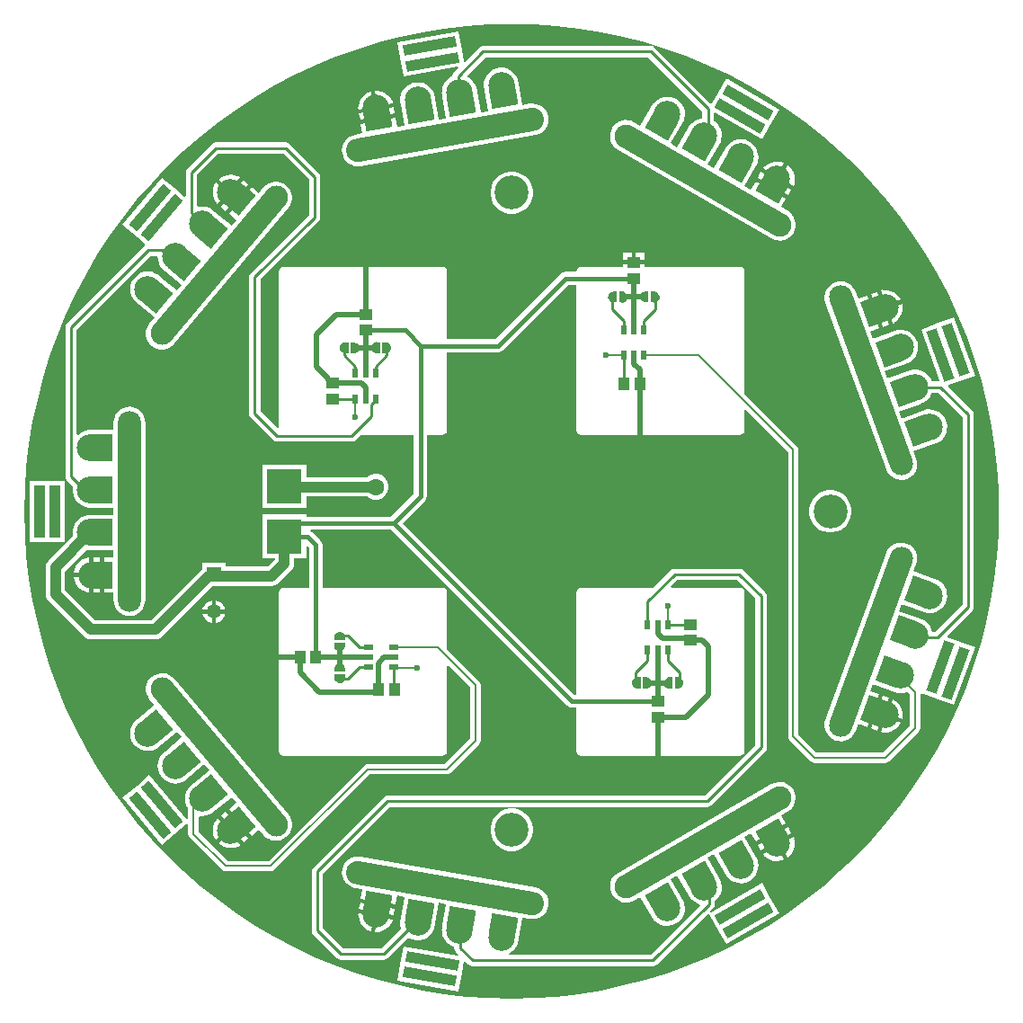
<source format=gbl>
G04*
G04 #@! TF.GenerationSoftware,Altium Limited,Altium Designer,21.7.2 (23)*
G04*
G04 Layer_Physical_Order=2*
G04 Layer_Color=16711680*
%FSTAX44Y44*%
%MOMM*%
G71*
G04*
G04 #@! TF.SameCoordinates,382B67D8-D4E2-4276-A31F-CACD3676A529*
G04*
G04*
G04 #@! TF.FilePolarity,Positive*
G04*
G01*
G75*
%ADD10C,0.2000*%
G04:AMPARAMS|DCode=11|XSize=2.2mm|YSize=18.9mm|CornerRadius=1.1mm|HoleSize=0mm|Usage=FLASHONLY|Rotation=320.000|XOffset=0mm|YOffset=0mm|HoleType=Round|Shape=RoundedRectangle|*
%AMROUNDEDRECTD11*
21,1,2.2000,16.7000,0,0,320.0*
21,1,0.0000,18.9000,0,0,320.0*
1,1,2.2000,-5.3673,-6.3965*
1,1,2.2000,-5.3673,-6.3965*
1,1,2.2000,5.3673,6.3965*
1,1,2.2000,5.3673,6.3965*
%
%ADD11ROUNDEDRECTD11*%
G04:AMPARAMS|DCode=12|XSize=2.2mm|YSize=18.9mm|CornerRadius=1.1mm|HoleSize=0mm|Usage=FLASHONLY|Rotation=240.000|XOffset=0mm|YOffset=0mm|HoleType=Round|Shape=RoundedRectangle|*
%AMROUNDEDRECTD12*
21,1,2.2000,16.7000,0,0,240.0*
21,1,0.0000,18.9000,0,0,240.0*
1,1,2.2000,-7.2313,4.1750*
1,1,2.2000,-7.2313,4.1750*
1,1,2.2000,7.2313,-4.1750*
1,1,2.2000,7.2313,-4.1750*
%
%ADD12ROUNDEDRECTD12*%
G04:AMPARAMS|DCode=13|XSize=2.2mm|YSize=18.9mm|CornerRadius=1.1mm|HoleSize=0mm|Usage=FLASHONLY|Rotation=160.000|XOffset=0mm|YOffset=0mm|HoleType=Round|Shape=RoundedRectangle|*
%AMROUNDEDRECTD13*
21,1,2.2000,16.7000,0,0,160.0*
21,1,0.0000,18.9000,0,0,160.0*
1,1,2.2000,2.8559,7.8464*
1,1,2.2000,2.8559,7.8464*
1,1,2.2000,-2.8559,-7.8464*
1,1,2.2000,-2.8559,-7.8464*
%
%ADD13ROUNDEDRECTD13*%
G04:AMPARAMS|DCode=14|XSize=2.2mm|YSize=18.9mm|CornerRadius=1.1mm|HoleSize=0mm|Usage=FLASHONLY|Rotation=80.000|XOffset=0mm|YOffset=0mm|HoleType=Round|Shape=RoundedRectangle|*
%AMROUNDEDRECTD14*
21,1,2.2000,16.7000,0,0,80.0*
21,1,0.0000,18.9000,0,0,80.0*
1,1,2.2000,8.2232,-1.4500*
1,1,2.2000,8.2232,-1.4500*
1,1,2.2000,-8.2232,1.4500*
1,1,2.2000,-8.2232,1.4500*
%
%ADD14ROUNDEDRECTD14*%
G04:AMPARAMS|DCode=15|XSize=2.2mm|YSize=18.9mm|CornerRadius=1.1mm|HoleSize=0mm|Usage=FLASHONLY|Rotation=0.000|XOffset=0mm|YOffset=0mm|HoleType=Round|Shape=RoundedRectangle|*
%AMROUNDEDRECTD15*
21,1,2.2000,16.7000,0,0,0.0*
21,1,0.0000,18.9000,0,0,0.0*
1,1,2.2000,0.0000,-8.3500*
1,1,2.2000,0.0000,-8.3500*
1,1,2.2000,0.0000,8.3500*
1,1,2.2000,0.0000,8.3500*
%
%ADD15ROUNDEDRECTD15*%
G04:AMPARAMS|DCode=16|XSize=2.2mm|YSize=18.9mm|CornerRadius=1.1mm|HoleSize=0mm|Usage=FLASHONLY|Rotation=280.000|XOffset=0mm|YOffset=0mm|HoleType=Round|Shape=RoundedRectangle|*
%AMROUNDEDRECTD16*
21,1,2.2000,16.7000,0,0,280.0*
21,1,0.0000,18.9000,0,0,280.0*
1,1,2.2000,-8.2232,-1.4500*
1,1,2.2000,-8.2232,-1.4500*
1,1,2.2000,8.2232,1.4500*
1,1,2.2000,8.2232,1.4500*
%
%ADD16ROUNDEDRECTD16*%
G04:AMPARAMS|DCode=17|XSize=2.2mm|YSize=18.9mm|CornerRadius=1.1mm|HoleSize=0mm|Usage=FLASHONLY|Rotation=200.000|XOffset=0mm|YOffset=0mm|HoleType=Round|Shape=RoundedRectangle|*
%AMROUNDEDRECTD17*
21,1,2.2000,16.7000,0,0,200.0*
21,1,0.0000,18.9000,0,0,200.0*
1,1,2.2000,-2.8559,7.8464*
1,1,2.2000,-2.8559,7.8464*
1,1,2.2000,2.8559,-7.8464*
1,1,2.2000,2.8559,-7.8464*
%
%ADD17ROUNDEDRECTD17*%
G04:AMPARAMS|DCode=18|XSize=2.2mm|YSize=18.9mm|CornerRadius=1.1mm|HoleSize=0mm|Usage=FLASHONLY|Rotation=120.000|XOffset=0mm|YOffset=0mm|HoleType=Round|Shape=RoundedRectangle|*
%AMROUNDEDRECTD18*
21,1,2.2000,16.7000,0,0,120.0*
21,1,0.0000,18.9000,0,0,120.0*
1,1,2.2000,7.2313,4.1750*
1,1,2.2000,7.2313,4.1750*
1,1,2.2000,-7.2313,-4.1750*
1,1,2.2000,-7.2313,-4.1750*
%
%ADD18ROUNDEDRECTD18*%
G04:AMPARAMS|DCode=19|XSize=2.2mm|YSize=18.9mm|CornerRadius=1.1mm|HoleSize=0mm|Usage=FLASHONLY|Rotation=40.000|XOffset=0mm|YOffset=0mm|HoleType=Round|Shape=RoundedRectangle|*
%AMROUNDEDRECTD19*
21,1,2.2000,16.7000,0,0,40.0*
21,1,0.0000,18.9000,0,0,40.0*
1,1,2.2000,5.3673,-6.3965*
1,1,2.2000,5.3673,-6.3965*
1,1,2.2000,-5.3673,6.3965*
1,1,2.2000,-5.3673,6.3965*
%
%ADD19ROUNDEDRECTD19*%
G04:AMPARAMS|DCode=23|XSize=2mm|YSize=2.5mm|CornerRadius=0mm|HoleSize=0mm|Usage=FLASHONLY|Rotation=320.000|XOffset=0mm|YOffset=0mm|HoleType=Round|Shape=Rectangle|*
%AMROTATEDRECTD23*
4,1,4,-1.5695,-0.3148,0.0374,1.6003,1.5695,0.3148,-0.0374,-1.6003,-1.5695,-0.3148,0.0*
%
%ADD23ROTATEDRECTD23*%

%ADD24C,2.5000*%
G04:AMPARAMS|DCode=25|XSize=2mm|YSize=2.5mm|CornerRadius=0mm|HoleSize=0mm|Usage=FLASHONLY|Rotation=240.000|XOffset=0mm|YOffset=0mm|HoleType=Round|Shape=Rectangle|*
%AMROTATEDRECTD25*
4,1,4,-0.5825,1.4910,1.5825,0.2410,0.5825,-1.4910,-1.5825,-0.2410,-0.5825,1.4910,0.0*
%
%ADD25ROTATEDRECTD25*%

G04:AMPARAMS|DCode=26|XSize=2mm|YSize=2.5mm|CornerRadius=0mm|HoleSize=0mm|Usage=FLASHONLY|Rotation=160.000|XOffset=0mm|YOffset=0mm|HoleType=Round|Shape=Rectangle|*
%AMROTATEDRECTD26*
4,1,4,1.3672,0.8326,0.5122,-1.5166,-1.3672,-0.8326,-0.5122,1.5166,1.3672,0.8326,0.0*
%
%ADD26ROTATEDRECTD26*%

G04:AMPARAMS|DCode=27|XSize=2mm|YSize=2.5mm|CornerRadius=0mm|HoleSize=0mm|Usage=FLASHONLY|Rotation=80.000|XOffset=0mm|YOffset=0mm|HoleType=Round|Shape=Rectangle|*
%AMROTATEDRECTD27*
4,1,4,1.0574,-1.2019,-1.4047,-0.7678,-1.0574,1.2019,1.4047,0.7678,1.0574,-1.2019,0.0*
%
%ADD27ROTATEDRECTD27*%

%ADD28R,2.0000X2.5000*%
G04:AMPARAMS|DCode=29|XSize=2mm|YSize=2.5mm|CornerRadius=0mm|HoleSize=0mm|Usage=FLASHONLY|Rotation=280.000|XOffset=0mm|YOffset=0mm|HoleType=Round|Shape=Rectangle|*
%AMROTATEDRECTD29*
4,1,4,-1.4047,0.7678,1.0574,1.2019,1.4047,-0.7678,-1.0574,-1.2019,-1.4047,0.7678,0.0*
%
%ADD29ROTATEDRECTD29*%

G04:AMPARAMS|DCode=30|XSize=2mm|YSize=2.5mm|CornerRadius=0mm|HoleSize=0mm|Usage=FLASHONLY|Rotation=200.000|XOffset=0mm|YOffset=0mm|HoleType=Round|Shape=Rectangle|*
%AMROTATEDRECTD30*
4,1,4,0.5122,1.5166,1.3672,-0.8326,-0.5122,-1.5166,-1.3672,0.8326,0.5122,1.5166,0.0*
%
%ADD30ROTATEDRECTD30*%

G04:AMPARAMS|DCode=31|XSize=2mm|YSize=2.5mm|CornerRadius=0mm|HoleSize=0mm|Usage=FLASHONLY|Rotation=120.000|XOffset=0mm|YOffset=0mm|HoleType=Round|Shape=Rectangle|*
%AMROTATEDRECTD31*
4,1,4,1.5825,-0.2410,-0.5825,-1.4910,-1.5825,0.2410,0.5825,1.4910,1.5825,-0.2410,0.0*
%
%ADD31ROTATEDRECTD31*%

G04:AMPARAMS|DCode=32|XSize=2mm|YSize=2.5mm|CornerRadius=0mm|HoleSize=0mm|Usage=FLASHONLY|Rotation=40.000|XOffset=0mm|YOffset=0mm|HoleType=Round|Shape=Rectangle|*
%AMROTATEDRECTD32*
4,1,4,0.0374,-1.6003,-1.5695,0.3148,-0.0374,1.6003,1.5695,-0.3148,0.0374,-1.6003,0.0*
%
%ADD32ROTATEDRECTD32*%

%ADD33C,1.0000*%
%ADD34C,0.6000*%
%ADD35C,1.3500*%
%ADD36R,1.3500X1.3500*%
%ADD37C,3.2000*%
%ADD38C,0.5000*%
%ADD39C,0.8000*%
%ADD40C,1.6000*%
%ADD41C,0.2500*%
G04:AMPARAMS|DCode=42|XSize=0.5mm|YSize=0.5mm|CornerRadius=0.25mm|HoleSize=0mm|Usage=FLASHONLY|Rotation=0.000|XOffset=0mm|YOffset=0mm|HoleType=Round|Shape=RoundedRectangle|*
%AMROUNDEDRECTD42*
21,1,0.5000,0.0000,0,0,0.0*
21,1,0.0000,0.5000,0,0,0.0*
1,1,0.5000,0.0000,0.0000*
1,1,0.5000,0.0000,0.0000*
1,1,0.5000,0.0000,0.0000*
1,1,0.5000,0.0000,0.0000*
%
%ADD42ROUNDEDRECTD42*%
%ADD43R,3.3000X3.3000*%
G04:AMPARAMS|DCode=44|XSize=0.5mm|YSize=0.5mm|CornerRadius=0.25mm|HoleSize=0mm|Usage=FLASHONLY|Rotation=90.000|XOffset=0mm|YOffset=0mm|HoleType=Round|Shape=RoundedRectangle|*
%AMROUNDEDRECTD44*
21,1,0.5000,0.0000,0,0,90.0*
21,1,0.0000,0.5000,0,0,90.0*
1,1,0.5000,0.0000,0.0000*
1,1,0.5000,0.0000,0.0000*
1,1,0.5000,0.0000,0.0000*
1,1,0.5000,0.0000,0.0000*
%
%ADD44ROUNDEDRECTD44*%
%ADD45R,1.3000X1.0000*%
%ADD46R,0.9000X0.5000*%
%ADD47R,1.0000X1.3000*%
G04:AMPARAMS|DCode=48|XSize=0.5mm|YSize=0.5mm|CornerRadius=0.25mm|HoleSize=0mm|Usage=FLASHONLY|Rotation=269.326|XOffset=0mm|YOffset=0mm|HoleType=Round|Shape=RoundedRectangle|*
%AMROUNDEDRECTD48*
21,1,0.5000,0.0000,0,0,269.3*
21,1,0.0000,0.5000,0,0,269.3*
1,1,0.5000,0.0000,0.0000*
1,1,0.5000,0.0000,0.0000*
1,1,0.5000,0.0000,0.0000*
1,1,0.5000,0.0000,0.0000*
%
%ADD48ROUNDEDRECTD48*%
%ADD49R,0.5000X0.9000*%
G04:AMPARAMS|DCode=50|XSize=5mm|YSize=1mm|CornerRadius=0mm|HoleSize=0mm|Usage=FLASHONLY|Rotation=130.000|XOffset=0mm|YOffset=0mm|HoleType=Round|Shape=Rectangle|*
%AMROTATEDRECTD50*
4,1,4,1.9900,-1.5937,1.2239,-2.2365,-1.9900,1.5937,-1.2239,2.2365,1.9900,-1.5937,0.0*
%
%ADD50ROTATEDRECTD50*%

G04:AMPARAMS|DCode=51|XSize=5mm|YSize=1mm|CornerRadius=0mm|HoleSize=0mm|Usage=FLASHONLY|Rotation=170.000|XOffset=0mm|YOffset=0mm|HoleType=Round|Shape=Rectangle|*
%AMROTATEDRECTD51*
4,1,4,2.5488,0.0583,2.3752,-0.9265,-2.5488,-0.0583,-2.3752,0.9265,2.5488,0.0583,0.0*
%
%ADD51ROTATEDRECTD51*%

G04:AMPARAMS|DCode=52|XSize=5mm|YSize=1mm|CornerRadius=0mm|HoleSize=0mm|Usage=FLASHONLY|Rotation=210.000|XOffset=0mm|YOffset=0mm|HoleType=Round|Shape=Rectangle|*
%AMROTATEDRECTD52*
4,1,4,1.9151,1.6830,2.4151,0.8170,-1.9151,-1.6830,-2.4151,-0.8170,1.9151,1.6830,0.0*
%
%ADD52ROTATEDRECTD52*%

G04:AMPARAMS|DCode=53|XSize=5mm|YSize=1mm|CornerRadius=0mm|HoleSize=0mm|Usage=FLASHONLY|Rotation=250.000|XOffset=0mm|YOffset=0mm|HoleType=Round|Shape=Rectangle|*
%AMROTATEDRECTD53*
4,1,4,0.3852,2.5202,1.3249,2.1782,-0.3852,-2.5202,-1.3249,-2.1782,0.3852,2.5202,0.0*
%
%ADD53ROTATEDRECTD53*%

G04:AMPARAMS|DCode=54|XSize=5mm|YSize=1mm|CornerRadius=0mm|HoleSize=0mm|Usage=FLASHONLY|Rotation=290.000|XOffset=0mm|YOffset=0mm|HoleType=Round|Shape=Rectangle|*
%AMROTATEDRECTD54*
4,1,4,-1.3249,2.1782,-0.3852,2.5202,1.3249,-2.1782,0.3852,-2.5202,-1.3249,2.1782,0.0*
%
%ADD54ROTATEDRECTD54*%

G04:AMPARAMS|DCode=55|XSize=5mm|YSize=1mm|CornerRadius=0mm|HoleSize=0mm|Usage=FLASHONLY|Rotation=330.000|XOffset=0mm|YOffset=0mm|HoleType=Round|Shape=Rectangle|*
%AMROTATEDRECTD55*
4,1,4,-2.4151,0.8170,-1.9151,1.6830,2.4151,-0.8170,1.9151,-1.6830,-2.4151,0.8170,0.0*
%
%ADD55ROTATEDRECTD55*%

G04:AMPARAMS|DCode=56|XSize=5mm|YSize=1mm|CornerRadius=0mm|HoleSize=0mm|Usage=FLASHONLY|Rotation=10.000|XOffset=0mm|YOffset=0mm|HoleType=Round|Shape=Rectangle|*
%AMROTATEDRECTD56*
4,1,4,-2.3752,-0.9265,-2.5488,0.0583,2.3752,0.9265,2.5488,-0.0583,-2.3752,-0.9265,0.0*
%
%ADD56ROTATEDRECTD56*%

G04:AMPARAMS|DCode=57|XSize=5mm|YSize=1mm|CornerRadius=0mm|HoleSize=0mm|Usage=FLASHONLY|Rotation=50.000|XOffset=0mm|YOffset=0mm|HoleType=Round|Shape=Rectangle|*
%AMROTATEDRECTD57*
4,1,4,-1.2239,-2.2365,-1.9900,-1.5937,1.2239,2.2365,1.9900,1.5937,-1.2239,-2.2365,0.0*
%
%ADD57ROTATEDRECTD57*%

%ADD58R,1.0000X5.0000*%
%ADD59C,0.2500*%
%ADD60C,0.4000*%
%ADD61C,0.1500*%
%ADD62C,0.5000*%
G36*
X00021198Y00458506D02*
X00042351Y00457038D01*
X00063413Y00454594D01*
X0008434Y0045118D01*
X00105087Y00446804D01*
X0012561Y00441474D01*
X00132416Y00439366D01*
X00132104Y00438133D01*
X00131Y00438353D01*
X-00027D01*
X-00029048Y00437945D01*
X-00030785Y00436785D01*
X-00044082Y00423488D01*
X-00045293Y0042387D01*
X-00047152Y00434412D01*
X-00047148Y00434412D01*
X-00050273Y00452139D01*
X-00107392Y00442067D01*
X-00104788Y00427298D01*
X-00104792Y00427297D01*
X-00101667Y00409571D01*
X-00050731Y00418552D01*
X-00050144Y00417426D01*
X-00054117Y00413453D01*
X-00055277Y00411716D01*
X-00055685Y00409668D01*
Y0040964D01*
X-00056737Y00409231D01*
X-00059478Y00407484D01*
X-00061826Y00405237D01*
X-0006369Y00402574D01*
X-00064999Y00399599D01*
X-00065703Y00396426D01*
X-00065743Y00394578D01*
X-00066012Y00394531D01*
X-00065774Y00393177D01*
Y00393177D01*
X-00065209Y00389976D01*
X-00065209Y00389975D01*
X-00061684Y00369982D01*
X-00068577Y00368767D01*
X-00072906Y00393315D01*
X-00073176Y00393268D01*
X-00073845Y00394991D01*
X-00075592Y00397732D01*
X-00077839Y0040008D01*
X-00080502Y00401944D01*
X-00083477Y00403253D01*
X-0008665Y00403956D01*
X-00089899Y00404027D01*
X-000931Y00403463D01*
X-00096129Y00402285D01*
X-00098871Y00400538D01*
X-00101218Y00398291D01*
X-00103083Y00395629D01*
X-00104392Y00392654D01*
X-00105095Y0038948D01*
X-00105135Y00387632D01*
X-00105405Y00387585D01*
X-00105166Y00386231D01*
Y00386231D01*
X-00104602Y0038303D01*
X-00104602Y0038303D01*
X-00101076Y00363036D01*
X-0010797Y00361821D01*
X-0010952Y00370612D01*
X-00125769Y00367747D01*
X-00142019Y00364882D01*
X-00140469Y0035609D01*
X-00147362Y00354875D01*
X-00150208Y00354079D01*
X-00152843Y00352743D01*
X-00155168Y00350919D01*
X-00157092Y00348676D01*
X-00158541Y00346102D01*
X-0015946Y00343293D01*
X-00159814Y0034036D01*
X-00159588Y00337414D01*
X-00158792Y00334568D01*
X-00157457Y00331933D01*
X-00155633Y00329608D01*
X-0015339Y00327684D01*
X-00150815Y00326235D01*
X-00148007Y00325316D01*
X-00145074Y00324962D01*
X-00142128Y00325188D01*
X00022335Y00354187D01*
X00025181Y00354983D01*
X00027817Y00356318D01*
X00030141Y00358143D01*
X00032065Y00360385D01*
X00033514Y0036296D01*
X00034433Y00365768D01*
X00034787Y00368702D01*
X00034562Y00371648D01*
X00033766Y00374493D01*
X0003243Y00377129D01*
X00030606Y00379453D01*
X00028363Y00381377D01*
X00025789Y00382826D01*
X0002298Y00383746D01*
X00020047Y00384099D01*
X00017101Y00383874D01*
X00010207Y00382658D01*
X00006682Y00402652D01*
Y00402652D01*
X00006117Y00405853D01*
X00006117Y00405853D01*
X00005878Y00407207D01*
X00005609Y0040716D01*
X00004939Y00408882D01*
X00003193Y00411624D01*
X00000945Y00413971D01*
X-00001717Y00415836D01*
X-00004692Y00417145D01*
X-00007865Y00417848D01*
X-00011115Y00417919D01*
X-00014316Y00417355D01*
X-00017345Y00416177D01*
X-00020086Y0041443D01*
X-00022434Y00412183D01*
X-00024298Y0040952D01*
X-00025607Y00406545D01*
X-00026311Y00403372D01*
X-00026351Y00401524D01*
X-0002662Y00401477D01*
X-00022292Y00376928D01*
X-00029185Y00375713D01*
X-00033514Y00400261D01*
X-00033783Y00400214D01*
X-00034453Y00401936D01*
X-000362Y00404678D01*
X-00038447Y00407025D01*
X-00041109Y0040889D01*
X-00041768Y00409179D01*
X-00042002Y00410428D01*
X-00024783Y00427647D01*
X00128783D01*
X00179647Y00376783D01*
Y00370247D01*
X00178479Y00370171D01*
X00175339Y00369329D01*
X00172424Y00367892D01*
X00169846Y00365913D01*
X00168627Y00364524D01*
X0016839Y0036466D01*
X00167703Y0036347D01*
X00167703Y0036347D01*
X00166077Y00360655D01*
X00166077Y00360655D01*
X00155926Y00343072D01*
X00149864Y00346572D01*
X00160015Y00364155D01*
X0016164Y00366969D01*
X0016164Y00366969D01*
X00162328Y0036816D01*
X00162091Y00368297D01*
X00162685Y00370047D01*
X00163109Y0037327D01*
X00162897Y00376513D01*
X00162056Y00379652D01*
X00160618Y00382567D01*
X0015864Y00385146D01*
X00156196Y00387289D01*
X00153381Y00388914D01*
X00150303Y00389959D01*
X00147081Y00390383D01*
X00143838Y0039017D01*
X00140698Y00389329D01*
X00137783Y00387892D01*
X00135205Y00385913D01*
X00133986Y00384523D01*
X00133749Y0038466D01*
X00121285Y00363072D01*
X00115223Y00366572D01*
X00112532Y00367792D01*
X00109654Y00368463D01*
X00106701Y00368559D01*
X00103786Y00368078D01*
X0010102Y00367037D01*
X00098511Y00365477D01*
X00096355Y00363457D01*
X00094634Y00361055D01*
X00093414Y00358364D01*
X00092743Y00355486D01*
X00092647Y00352533D01*
X00093128Y00349618D01*
X00094169Y00346853D01*
X00095729Y00344343D01*
X00097749Y00342187D01*
X00100151Y00340466D01*
X00244777Y00256966D01*
X00247468Y00255746D01*
X00250346Y00255075D01*
X00253299Y00254979D01*
X00256214Y0025546D01*
X00258979Y00256501D01*
X00261489Y00258061D01*
X00263645Y00260081D01*
X00265366Y00262483D01*
X00266586Y00265174D01*
X00267257Y00268052D01*
X00267353Y00271005D01*
X00266872Y0027392D01*
X00265831Y00276686D01*
X00264271Y00279195D01*
X00262251Y00281351D01*
X00259849Y00283072D01*
X00253787Y00286572D01*
X00258251Y00294304D01*
X00243962Y00302554D01*
X00229672Y00310804D01*
X00225208Y00303072D01*
X00219146Y00306572D01*
X00229297Y00324154D01*
X00229298Y00324155D01*
X00230923Y00326969D01*
X00230923Y0032697D01*
X0023161Y0032816D01*
X00231373Y00328297D01*
X00231967Y00330047D01*
X00232392Y0033327D01*
X00232179Y00336513D01*
X00231338Y00339652D01*
X002299Y00342567D01*
X00227922Y00345146D01*
X00225478Y00347289D01*
X00222663Y00348914D01*
X00219585Y00349959D01*
X00216363Y00350383D01*
X0021312Y0035017D01*
X0020998Y00349329D01*
X00207065Y00347892D01*
X00204487Y00345913D01*
X00203268Y00344523D01*
X00203031Y0034466D01*
X00190567Y00323072D01*
X00184505Y00326572D01*
X00196969Y0034816D01*
X00196732Y00348297D01*
X00197326Y00350047D01*
X0019775Y0035327D01*
X00197538Y00356513D01*
X00196697Y00359652D01*
X00195259Y00362567D01*
X00193281Y00365146D01*
X00190837Y00367289D01*
X00190353Y00367569D01*
Y00374958D01*
X00191453Y00375593D01*
X00235615Y00350096D01*
X00243115Y00363086D01*
X00243115Y00363086D01*
X00252115Y00378674D01*
X00201885Y00407674D01*
X00194385Y00394684D01*
X00194385Y00394684D01*
X00188502Y00384493D01*
X00187242Y00384328D01*
X00134785Y00436785D01*
X0013334Y0043775D01*
X00133892Y00438909D01*
X00145865Y00435201D01*
X00165808Y00428D01*
X00185398Y00419886D01*
X00204592Y00410876D01*
X00223349Y00400989D01*
X0024163Y00390246D01*
X00259395Y0037867D01*
X00276607Y00366286D01*
X00293228Y00353121D01*
X00309223Y00339202D01*
X00324559Y00324559D01*
X00339202Y00309223D01*
X00353121Y00293228D01*
X00366286Y00276607D01*
X0037867Y00259395D01*
X00390246Y0024163D01*
X00400989Y00223349D01*
X00410876Y00204592D01*
X00419886Y00185398D01*
X00428Y00165808D01*
X00435201Y00145865D01*
X00441474Y0012561D01*
X00446804Y00105087D01*
X0045118Y0008434D01*
X00454594Y00063413D01*
X00457038Y00042351D01*
X00458506Y00021198D01*
X00458996Y0D01*
X00458506Y-00021198D01*
X00457038Y-00042351D01*
X00454594Y-00063413D01*
X0045118Y-0008434D01*
X00446804Y-00105087D01*
X00441474Y-0012561D01*
X00435201Y-00145865D01*
X00428Y-00165808D01*
X00419886Y-00185398D01*
X00410876Y-00204592D01*
X00400989Y-00223349D01*
X00390246Y-0024163D01*
X0037867Y-00259395D01*
X00366286Y-00276607D01*
X00353121Y-00293228D01*
X00339202Y-00309223D01*
X00324559Y-00324559D01*
X00309223Y-00339202D01*
X00293228Y-00353121D01*
X00276607Y-00366286D01*
X00259395Y-0037867D01*
X0024163Y-00390246D01*
X00223349Y-00400989D01*
X00204592Y-00410876D01*
X00185398Y-00419886D01*
X00165808Y-00428D01*
X00145865Y-00435201D01*
X0012561Y-00441474D01*
X00105087Y-00446804D01*
X0008434Y-0045118D01*
X00063413Y-00454594D01*
X00042351Y-00457038D01*
X00021198Y-00458506D01*
X0Y-00458996D01*
X-00021198Y-00458506D01*
X-00042351Y-00457038D01*
X-00063413Y-00454594D01*
X-0008434Y-0045118D01*
X-00105087Y-00446804D01*
X-0012561Y-00441474D01*
X-00145865Y-00435201D01*
X-00165808Y-00428D01*
X-00185398Y-00419886D01*
X-00204592Y-00410876D01*
X-00223349Y-00400989D01*
X-0024163Y-00390246D01*
X-00259395Y-0037867D01*
X-00276607Y-00366286D01*
X-00293228Y-00353121D01*
X-00309223Y-00339202D01*
X-00324559Y-00324559D01*
X-00339202Y-00309223D01*
X-00353121Y-00293228D01*
X-00366286Y-00276607D01*
X-0037867Y-00259395D01*
X-00390246Y-0024163D01*
X-00400989Y-00223349D01*
X-00410876Y-00204592D01*
X-00419886Y-00185398D01*
X-00428Y-00165808D01*
X-00435201Y-00145865D01*
X-00441474Y-0012561D01*
X-00446804Y-00105087D01*
X-0045118Y-0008434D01*
X-00454594Y-00063413D01*
X-00457038Y-00042351D01*
X-00458506Y-00021198D01*
X-00458996Y0D01*
X-00458506Y00021198D01*
X-00457038Y00042351D01*
X-00454594Y00063413D01*
X-0045118Y0008434D01*
X-00446804Y00105087D01*
X-00441474Y0012561D01*
X-00435201Y00145865D01*
X-00428Y00165808D01*
X-00419886Y00185398D01*
X-00410876Y00204592D01*
X-00400989Y00223349D01*
X-00390246Y0024163D01*
X-0037867Y00259395D01*
X-00366286Y00276607D01*
X-00353121Y00293228D01*
X-00339202Y00309223D01*
X-00324559Y00324559D01*
X-00309223Y00339202D01*
X-00293228Y00353121D01*
X-00276607Y00366286D01*
X-00259395Y0037867D01*
X-0024163Y00390246D01*
X-00223349Y00400989D01*
X-00204592Y00410876D01*
X-00185398Y00419886D01*
X-00165808Y00428D01*
X-00145865Y00435201D01*
X-0012561Y00441474D01*
X-00105087Y00446804D01*
X-0008434Y0045118D01*
X-00063413Y00454594D01*
X-00042351Y00457038D01*
X-00021198Y00458506D01*
X0Y00458996D01*
X00021198Y00458506D01*
D02*
G37*
%LPC*%
G36*
X-00128736Y00396088D02*
X-00126231Y00381882D01*
X-00111951Y003844D01*
X-00112298Y00386369D01*
X-00112764Y00386287D01*
X-00113064Y0038706D01*
X-0011481Y00389801D01*
X-00117058Y00392149D01*
X-0011972Y00394013D01*
X-00122695Y00395322D01*
X-00125869Y00396026D01*
X-00128736Y00396088D01*
D02*
G37*
G36*
X-00132675Y00395393D02*
X-00135348Y00394354D01*
X-00138089Y00392608D01*
X-00140437Y0039036D01*
X-00142301Y00387698D01*
X-0014361Y00384723D01*
X-00144314Y0038155D01*
X-00144332Y00380721D01*
X-00144797Y00380639D01*
X-0014445Y00378669D01*
X-0013017Y00381187D01*
X-00132675Y00395393D01*
D02*
G37*
G36*
X-00111257Y00380461D02*
X-00127506Y00377595D01*
X-00143755Y0037473D01*
X-00142713Y00368821D01*
X-00126464Y00371687D01*
X-00110215Y00374552D01*
X-00111257Y00380461D01*
D02*
G37*
G36*
X00250504Y00329517D02*
X00247261Y00329305D01*
X00244121Y00328463D01*
X00241206Y00327026D01*
X00238628Y00325047D01*
X00238081Y00324424D01*
X00237672Y0032466D01*
X00236672Y00322928D01*
X0024923Y00315678D01*
X00256442Y00328171D01*
X00253727Y00329093D01*
X00250504Y00329517D01*
D02*
G37*
G36*
X00259906Y00326171D02*
X00252694Y00313678D01*
X00265251Y00306428D01*
X00266251Y0030816D01*
X00265842Y00308396D01*
X00266108Y00309181D01*
X00266532Y00312404D01*
X0026632Y00315647D01*
X00265479Y00318786D01*
X00264041Y00321701D01*
X00262063Y0032428D01*
X00259906Y00326171D01*
D02*
G37*
G36*
X00234672Y00319464D02*
X00231672Y00314268D01*
X00245962Y00306018D01*
X00260251Y00297768D01*
X00263251Y00302964D01*
X00248962Y00311214D01*
X00234672Y00319464D01*
D02*
G37*
G36*
X-00212755Y00347509D02*
X-00278755D01*
X-00280803Y00347102D01*
X-0028254Y00345942D01*
X-003053Y00323181D01*
X-0030646Y00321445D01*
X-00306868Y00319396D01*
Y00296853D01*
X-00308019Y00296316D01*
X-00317654Y003044D01*
X-00317654Y003044D01*
X-00329143Y0031404D01*
X-00366425Y0026961D01*
X-00352636Y0025804D01*
X-00352636Y0025804D01*
X-00345233Y00251828D01*
X-00345319Y00250243D01*
X-00346005Y00249785D01*
X-00418889Y00176902D01*
X-00420049Y00175165D01*
X-00420456Y00173117D01*
Y00033103D01*
X-00420049Y00031055D01*
X-00418889Y00029318D01*
X-00413118Y00023548D01*
X-004135Y00021625D01*
Y00018375D01*
X-00412866Y00015187D01*
X-00411622Y00012184D01*
X-00409816Y00009482D01*
X-00407518Y00007184D01*
X-00404816Y00005378D01*
X-00401813Y00004134D01*
X-004Y00003774D01*
Y000035D01*
X-00375073D01*
Y-000035D01*
X-00395375D01*
X-00395375Y-000035D01*
X-00398625D01*
X-00398625Y-000035D01*
X-004D01*
Y-00003774D01*
X-00401813Y-00004134D01*
X-00404816Y-00005378D01*
X-00407518Y-00007184D01*
X-00409816Y-00009482D01*
X-00411622Y-00012184D01*
X-00412866Y-00015187D01*
X-004135Y-00018375D01*
Y-00021625D01*
X-00413162Y-00023324D01*
X-0043619Y-00046353D01*
X-00437633Y-00048233D01*
X-0043854Y-00050422D01*
X-00438849Y-00052772D01*
Y-00077706D01*
X-0043854Y-00080056D01*
X-00437633Y-00082245D01*
X-0043619Y-00084125D01*
X-00402503Y-00117812D01*
X-00400623Y-00119255D01*
X-00398434Y-00120162D01*
X-00396084Y-00120471D01*
X-00335592D01*
X-00333243Y-00120162D01*
X-00331053Y-00119255D01*
X-00329173Y-00117812D01*
X-00281611Y-0007025D01*
X-0026975D01*
Y-00070078D01*
X-00226D01*
X-0022365Y-00069768D01*
X-00221461Y-00068861D01*
X-00219581Y-00067419D01*
X-00207723Y-00055561D01*
X-00206281Y-00053681D01*
X-00205374Y-00051492D01*
X-00205065Y-00049142D01*
Y-00044D01*
X-001935D01*
Y-00032811D01*
X-00192327Y-00032325D01*
X-00190618Y-00034034D01*
Y-00071922D01*
X-00215D01*
X-00216561Y-00072232D01*
X-00217884Y-00073116D01*
X-00218768Y-00074439D01*
X-00219078Y-00076D01*
Y-00226D01*
X-00218768Y-00227561D01*
X-00217884Y-00228884D01*
X-00216561Y-00229768D01*
X-00215Y-00230078D01*
X-00065D01*
X-00063439Y-00229768D01*
X-00062116Y-00228884D01*
X-00061232Y-00227561D01*
X-00060922Y-00226D01*
Y-00145587D01*
X-00059748Y-00145101D01*
X-00038843Y-00166006D01*
Y-00213769D01*
X-00063152Y-00238079D01*
X-00135922D01*
X-00137775Y-00238447D01*
X-00139346Y-00239497D01*
X-00139346Y-00239497D01*
X-00229006Y-00329157D01*
X-00267744D01*
X-00294907Y-00301994D01*
Y-00287821D01*
X-00293637Y-00286863D01*
X-00291083Y-00287086D01*
X-00287852Y-00286733D01*
X-00284752Y-00285755D01*
X-00283132Y-00284866D01*
X-00282956Y-00285076D01*
X-0026386Y-00269053D01*
X-00259361Y-00274415D01*
X-002662Y-00280153D01*
X-00255594Y-00292793D01*
X-00244988Y-00305433D01*
X-00238149Y-00299694D01*
X-0023365Y-00305057D01*
X-00231537Y-00307123D01*
X-00229063Y-00308738D01*
X-00226321Y-00309839D01*
X-00223417Y-00310383D01*
X-00220462Y-00310351D01*
X-00217571Y-00309743D01*
X-00214853Y-00308583D01*
X-00212415Y-00306915D01*
X-00210348Y-00304802D01*
X-00208734Y-00302328D01*
X-00207633Y-00299586D01*
X-00207088Y-00296682D01*
X-0020712Y-00293727D01*
X-00207728Y-00290836D01*
X-00208889Y-00288118D01*
X-00210557Y-0028568D01*
X-00317903Y-0015775D01*
X-00320014Y-00155684D01*
X-00322489Y-00154069D01*
X-00325231Y-00152968D01*
X-00328135Y-00152424D01*
X-0033109Y-00152456D01*
X-00333981Y-00153064D01*
X-00336698Y-00154224D01*
X-00339137Y-00155893D01*
X-00341204Y-00158005D01*
X-00342818Y-00160479D01*
X-00343919Y-00163221D01*
X-00344464Y-00166125D01*
X-00344432Y-0016908D01*
X-00343824Y-00171971D01*
X-00342663Y-00174689D01*
X-00340995Y-00177127D01*
X-00336496Y-0018249D01*
X-00352048Y-00195539D01*
X-00352048Y-0019554D01*
X-00354538Y-00197629D01*
X-00354538Y-00197629D01*
X-00355591Y-00198513D01*
X-00355415Y-00198722D01*
X-00356572Y-00200164D01*
X-00358073Y-00203046D01*
X-00358983Y-00206167D01*
X-00359266Y-00209405D01*
X-00358912Y-00212636D01*
X-00357935Y-00215735D01*
X-00356371Y-00218585D01*
X-00354282Y-00221075D01*
X-00351747Y-00223109D01*
X-00348864Y-0022461D01*
X-00345744Y-0022552D01*
X-00342506Y-00225803D01*
X-00339275Y-00225449D01*
X-00336175Y-00224471D01*
X-00334555Y-00223582D01*
X-00334379Y-00223792D01*
X-00315284Y-00207769D01*
X-00310784Y-00213131D01*
X-00326337Y-00226181D01*
X-00328826Y-00228271D01*
X-00328826Y-00228271D01*
X-0032988Y-00229154D01*
X-00329704Y-00229364D01*
X-00330861Y-00230805D01*
X-00332361Y-00233688D01*
X-00333271Y-00236809D01*
X-00333554Y-00240047D01*
X-003332Y-00243277D01*
X-00332223Y-00246377D01*
X-0033066Y-00249227D01*
X-00328571Y-00251717D01*
X-00326036Y-00253751D01*
X-00323153Y-00255252D01*
X-00320032Y-00256161D01*
X-00316795Y-00256445D01*
X-00313564Y-00256091D01*
X-00310464Y-00255113D01*
X-00308843Y-00254224D01*
X-00308668Y-00254434D01*
X-00289572Y-00238411D01*
X-00285072Y-00243773D01*
X-00304168Y-00259796D01*
X-00303992Y-00260006D01*
X-00305149Y-00261447D01*
X-0030665Y-0026433D01*
X-0030756Y-00267451D01*
X-00307843Y-00270688D01*
X-00307489Y-00273919D01*
X-00306511Y-00277019D01*
X-00304948Y-00279869D01*
X-00304593Y-00280292D01*
Y-00290106D01*
X-00305786Y-0029054D01*
X-00341147Y-002484D01*
X-00352636Y-0025804D01*
X-00352636Y-0025804D01*
X-00366425Y-0026961D01*
X-00329143Y-0031404D01*
X-00317654Y-003044D01*
X-00317654Y-003044D01*
X-00305744Y-00294407D01*
X-00304593Y-00294944D01*
Y-00304D01*
X-00304224Y-00305853D01*
X-00303175Y-00307425D01*
X-00273174Y-00337425D01*
X-00271603Y-00338474D01*
X-0026975Y-00338843D01*
X-00227D01*
X-00225147Y-00338474D01*
X-00223575Y-00337425D01*
X-00133916Y-00247765D01*
X-00061146D01*
X-00059293Y-00247396D01*
X-00057722Y-00246346D01*
X-00030575Y-002192D01*
X-00029526Y-00217629D01*
X-00029157Y-00215775D01*
Y-00164D01*
X-00029157Y-00164D01*
X-00029526Y-00162147D01*
X-00030575Y-00160575D01*
X-00030575Y-00160575D01*
X-00060922Y-00130229D01*
Y-00076D01*
X-00061232Y-00074439D01*
X-00062116Y-00073116D01*
X-00063439Y-00072232D01*
X-00065Y-00071922D01*
X-00178382D01*
Y-000315D01*
X-00178848Y-00029159D01*
X-00180174Y-00027174D01*
X-00187674Y-00019674D01*
X-00189477Y-0001847D01*
X-00189443Y-00017716D01*
X-00189266Y-00017199D01*
X-00113616D01*
X0005251Y-00183326D01*
X00054495Y-00184652D01*
X00056836Y-00185118D01*
X00060922D01*
Y-00226D01*
X00061232Y-00227561D01*
X00062116Y-00228884D01*
X00063439Y-00229768D01*
X00065Y-00230078D01*
X00215D01*
X00216561Y-00229768D01*
X00217884Y-00228884D01*
X00218768Y-00227561D01*
X00219078Y-00226D01*
Y-00076D01*
X00218768Y-00074439D01*
X00217884Y-00073116D01*
X00216561Y-00072232D01*
X00215Y-00071922D01*
X00150308D01*
X00149822Y-00070748D01*
X00155866Y-00064704D01*
X0021199D01*
X00229556Y-0008227D01*
Y-00219975D01*
X00181886Y-00267645D01*
X-00116998D01*
X-00119046Y-00268052D01*
X-00120783Y-00269213D01*
X-00186785Y-00335215D01*
X-00187945Y-00336951D01*
X-00188353Y-00339D01*
Y-00395D01*
X-00187945Y-00397048D01*
X-00186785Y-00398785D01*
X-00164785Y-00420785D01*
X-00163048Y-00421945D01*
X-00161Y-00422353D01*
X-00120572D01*
X-00118524Y-00421945D01*
X-00116787Y-00420785D01*
X-00097447Y-00401445D01*
X-00096129Y-00402285D01*
X-000931Y-00403463D01*
X-00089899Y-00404027D01*
X-0008665Y-00403956D01*
X-00083477Y-00403253D01*
X-00080502Y-00401944D01*
X-00077839Y-0040008D01*
X-00075592Y-00397732D01*
X-00073845Y-00394991D01*
X-00073176Y-00393268D01*
X-00072906Y-00393315D01*
X-00068577Y-00368767D01*
X-00061684Y-00369982D01*
X-00065209Y-00389976D01*
X-00065209Y-00389976D01*
X-00065774Y-00393177D01*
Y-00393177D01*
X-00066013Y-00394531D01*
X-00065743Y-00394578D01*
X-00065703Y-00396426D01*
X-00064999Y-00399599D01*
X-0006369Y-00402574D01*
X-00061826Y-00405237D01*
X-00059478Y-00407484D01*
X-00056737Y-00409231D01*
X-00054074Y-00410266D01*
Y-00411279D01*
X-00053667Y-00413327D01*
X-00052506Y-00415064D01*
X-00050144Y-00417426D01*
X-00050731Y-00418552D01*
X-00101667Y-00409571D01*
X-00104792Y-00427297D01*
X-00104788Y-00427298D01*
X-00107392Y-00442067D01*
X-00050273Y-00452139D01*
X-00047148Y-00434412D01*
X-00047152Y-00434412D01*
X-00045293Y-0042387D01*
X-00044082Y-00423488D01*
X-00040785Y-00426785D01*
X-00039048Y-00427945D01*
X-00037Y-00428353D01*
X00133D01*
X00135048Y-00427945D01*
X00136785Y-00426785D01*
X00184233Y-00379337D01*
X00185709Y-00379657D01*
X00194385Y-00394684D01*
X00194385Y-00394684D01*
X00201885Y-00407674D01*
X00252115Y-00378674D01*
X00243115Y-00363086D01*
X00243115Y-00363086D01*
X00235615Y-00350096D01*
X00187479Y-00377887D01*
X001867Y-0037687D01*
X00189785Y-00373785D01*
X00190945Y-00372048D01*
X00191353Y-0037D01*
Y-00366837D01*
X00193281Y-00365146D01*
X00195259Y-00362567D01*
X00196697Y-00359652D01*
X00197538Y-00356513D01*
X0019775Y-0035327D01*
X00197326Y-00350047D01*
X00196732Y-00348297D01*
X00196969Y-0034816D01*
X00196282Y-0034697D01*
X00196282Y-00346969D01*
X00194656Y-00344155D01*
X00194656Y-00344155D01*
X00184505Y-00326572D01*
X00190567Y-00323072D01*
X00203031Y-0034466D01*
X00203268Y-00344523D01*
X00204487Y-00345913D01*
X00207065Y-00347892D01*
X0020998Y-00349329D01*
X0021312Y-00350171D01*
X00216363Y-00350383D01*
X00219585Y-00349959D01*
X00222663Y-00348914D01*
X00225478Y-00347289D01*
X00227922Y-00345146D01*
X002299Y-00342567D01*
X00231338Y-00339652D01*
X00232179Y-00336513D01*
X00232391Y-0033327D01*
X00231967Y-00330047D01*
X00231373Y-00328297D01*
X0023161Y-0032816D01*
X00230923Y-0032697D01*
X00230923Y-00326969D01*
X00229297Y-00324155D01*
X00229297Y-00324155D01*
X00219146Y-00306572D01*
X00225208Y-00303072D01*
X00229672Y-00310804D01*
X00243962Y-00302554D01*
X00258251Y-00294304D01*
X00253787Y-00286572D01*
X00259849Y-00283072D01*
X00262251Y-00281351D01*
X00264271Y-00279195D01*
X00265831Y-00276686D01*
X00266872Y-0027392D01*
X00267353Y-00271005D01*
X00267257Y-00268052D01*
X00266586Y-00265174D01*
X00265366Y-00262483D01*
X00263645Y-00260081D01*
X00261489Y-00258061D01*
X00258979Y-00256501D01*
X00256214Y-0025546D01*
X00253299Y-00254979D01*
X00250346Y-00255075D01*
X00247468Y-00255746D01*
X00244777Y-00256966D01*
X00100151Y-00340466D01*
X00097749Y-00342187D01*
X00095729Y-00344343D01*
X00094169Y-00346853D01*
X00093128Y-00349618D01*
X00092647Y-00352533D01*
X00092743Y-00355486D01*
X00093414Y-00358364D01*
X00094634Y-00361055D01*
X00096355Y-00363457D01*
X00098511Y-00365477D01*
X0010102Y-00367037D01*
X00103786Y-00368078D01*
X00106701Y-00368559D01*
X00109654Y-00368463D01*
X00112532Y-00367792D01*
X00115223Y-00366572D01*
X00121285Y-00363072D01*
X00131436Y-00380655D01*
X00133749Y-0038466D01*
X00133986Y-00384524D01*
X00135205Y-00385913D01*
X00137783Y-00387892D01*
X00140698Y-00389329D01*
X00143838Y-00390171D01*
X00147081Y-00390383D01*
X00150303Y-00389959D01*
X00153381Y-00388914D01*
X00156196Y-00387289D01*
X00158639Y-00385146D01*
X00160618Y-00382567D01*
X00162056Y-00379652D01*
X00162897Y-00376513D01*
X00163109Y-0037327D01*
X00162685Y-00370047D01*
X00162091Y-00368297D01*
X00162328Y-0036816D01*
X00149864Y-00346572D01*
X00155926Y-00343072D01*
X0016839Y-0036466D01*
X00168627Y-00364524D01*
X00169846Y-00365913D01*
X00172424Y-00367892D01*
X00175339Y-00369329D01*
X00177079Y-00369795D01*
X00177408Y-00371022D01*
X00130783Y-00417647D01*
X-00002681D01*
X-00002948Y-00416377D01*
X-00001717Y-00415836D01*
X00000945Y-00413971D01*
X00003193Y-00411624D01*
X00004939Y-00408882D01*
X00005609Y-0040716D01*
X00005878Y-00407207D01*
X00010207Y-00382658D01*
X00017101Y-00383874D01*
X00020047Y-00384099D01*
X0002298Y-00383746D01*
X00025789Y-00382826D01*
X00028363Y-00381377D01*
X00030606Y-00379453D01*
X0003243Y-00377129D01*
X00033766Y-00374493D01*
X00034562Y-00371648D01*
X00034787Y-00368702D01*
X00034433Y-00365768D01*
X00033514Y-0036296D01*
X00032065Y-00360385D01*
X00030141Y-00358143D01*
X00027817Y-00356318D01*
X00025181Y-00354983D01*
X00022335Y-00354187D01*
X-00142128Y-00325188D01*
X-00145074Y-00324962D01*
X-00148007Y-00325316D01*
X-00150815Y-00326235D01*
X-0015339Y-00327684D01*
X-00155633Y-00329608D01*
X-00157457Y-00331933D01*
X-00158792Y-00334568D01*
X-00159588Y-00337414D01*
X-00159814Y-0034036D01*
X-0015946Y-00343293D01*
X-00158541Y-00346102D01*
X-00157092Y-00348676D01*
X-00155168Y-00350919D01*
X-00152843Y-00352743D01*
X-00150208Y-00354079D01*
X-00147362Y-00354875D01*
X-00140469Y-0035609D01*
X-00142019Y-00364882D01*
X-00125769Y-00367747D01*
X-0010952Y-00370612D01*
X-0010797Y-00361821D01*
X-00101076Y-00363036D01*
X-00104602Y-0038303D01*
X-00104602Y-0038303D01*
X-00105166Y-00386231D01*
Y-00386231D01*
X-00105405Y-00387585D01*
X-00105135Y-00387632D01*
X-00105095Y-0038948D01*
X-00104392Y-00392654D01*
X-0010421Y-00393067D01*
X-00122789Y-00411647D01*
X-00158783D01*
X-00177647Y-00392783D01*
Y-00341217D01*
X-00114781Y-00278351D01*
X00184103D01*
X00186151Y-00277943D01*
X00187888Y-00276783D01*
X00238694Y-00225977D01*
X00239854Y-0022424D01*
X00240262Y-00222192D01*
Y-00080053D01*
X00239854Y-00078004D01*
X00238694Y-00076268D01*
X00217992Y-00055566D01*
X00216256Y-00054406D01*
X00214207Y-00053998D01*
X00153649D01*
X001516Y-00054406D01*
X00149864Y-00055566D01*
X00133508Y-00071922D01*
X00065D01*
X00063439Y-00072232D01*
X00062116Y-00073116D01*
X00061232Y-00074439D01*
X00060922Y-00076D01*
Y-00172882D01*
X0005937D01*
X-0010243Y-00011082D01*
X-00081674Y00009674D01*
X-00080348Y00011659D01*
X-00079882Y00014D01*
Y00071922D01*
X-00065D01*
X-00063439Y00072232D01*
X-00062116Y00073116D01*
X-00061232Y00074439D01*
X-00060922Y00076D01*
Y00149882D01*
X-00013D01*
X-00010659Y00150348D01*
X-00008674Y00151674D01*
X00053034Y00213382D01*
X00060922D01*
Y00076D01*
X00061232Y00074439D01*
X00062116Y00073116D01*
X00063439Y00072232D01*
X00065Y00071922D01*
X00215D01*
X00216561Y00072232D01*
X00217884Y00073116D01*
X00218768Y00074439D01*
X00219078Y00076D01*
Y00095413D01*
X00220252Y00095899D01*
X00260157Y00055994D01*
Y-00212D01*
X00260526Y-00213853D01*
X00261575Y-00215425D01*
X00281575Y-00235424D01*
X00283147Y-00236474D01*
X00285Y-00236843D01*
X00352D01*
X00353853Y-00236474D01*
X00355425Y-00235424D01*
X00383425Y-00207425D01*
X00384474Y-00205853D01*
X00384843Y-00204D01*
Y-00172054D01*
X00386113Y-00171395D01*
X00399785Y-00176371D01*
X00399784Y-00176373D01*
X00416699Y-00182529D01*
X00436536Y-00128027D01*
X00422445Y-00122899D01*
X00422446Y-00122897D01*
X00410526Y-00118559D01*
X00410251Y-00117319D01*
X00433785Y-00093785D01*
X00434945Y-00092048D01*
X00435353Y-0009D01*
Y00091D01*
X00434945Y00093048D01*
X00433785Y00094785D01*
X00410984Y00117586D01*
X00411259Y00118826D01*
X00422446Y00122897D01*
X00422445Y00122899D01*
X00436536Y00128027D01*
X00416699Y00182529D01*
X00399784Y00176373D01*
X00399785Y00176371D01*
X00385694Y00171243D01*
X00403114Y00123381D01*
X00402386Y00122341D01*
X00395509D01*
X00394847Y00124158D01*
X00393161Y00126937D01*
X00390966Y00129333D01*
X00388344Y00131255D01*
X00385399Y00132629D01*
X00382242Y00133401D01*
X00378995Y00133543D01*
X00377168Y00133262D01*
X00377074Y00133519D01*
X0035365Y00124993D01*
X00351256Y00131571D01*
X00370334Y00138515D01*
X0037468Y00140097D01*
X00374586Y00140354D01*
X00376167Y00141313D01*
X00378563Y00143509D01*
X00380485Y0014613D01*
X00381858Y00149075D01*
X00382631Y00152233D01*
X00382773Y0015548D01*
X00382278Y00158692D01*
X00381167Y00161746D01*
X00379481Y00164525D01*
X00377285Y00166921D01*
X00374664Y00168843D01*
X00371718Y00170217D01*
X00368561Y00170989D01*
X00365314Y00171131D01*
X00363487Y0017085D01*
X00363393Y00171107D01*
X00339969Y00162581D01*
X00337575Y00169159D01*
X00345964Y00172212D01*
X00340321Y00187717D01*
X00334678Y00203222D01*
X00326288Y00200169D01*
X00323894Y00206747D01*
X00322616Y00209411D01*
X00320843Y00211774D01*
X00318643Y00213747D01*
X00316101Y00215252D01*
X00313313Y00216232D01*
X00310388Y0021665D01*
X00307438Y00216489D01*
X00304576Y00215755D01*
X00301911Y00214477D01*
X00299548Y00212704D01*
X00297575Y00210504D01*
X0029607Y00207962D01*
X0029509Y00205174D01*
X00294672Y00202249D01*
X00294834Y00199299D01*
X00295567Y00196436D01*
X00352684Y00039508D01*
X00353962Y00036844D01*
X00355735Y0003448D01*
X00357935Y00032508D01*
X00360478Y00031003D01*
X00363265Y00030022D01*
X00366191Y00029605D01*
X00369141Y00029766D01*
X00372003Y00030499D01*
X00374667Y00031777D01*
X00377031Y0003355D01*
X00379003Y0003575D01*
X00380508Y00038293D01*
X00381489Y0004108D01*
X00381906Y00044005D01*
X00381745Y00046956D01*
X00381012Y00049818D01*
X00378618Y00056396D01*
X00402042Y00064921D01*
X00401948Y00065179D01*
X00403528Y00066137D01*
X00405924Y00068333D01*
X00407846Y00070954D01*
X0040922Y000739D01*
X00409992Y00077057D01*
X00410134Y00080304D01*
X0040964Y00083517D01*
X00408528Y00086571D01*
X00406842Y00089349D01*
X00404646Y00091746D01*
X00402025Y00093668D01*
X0039908Y00095041D01*
X00395922Y00095814D01*
X00392675Y00095956D01*
X00390849Y00095674D01*
X00390755Y00095931D01*
X00389463Y00095461D01*
X00389463Y00095461D01*
X00386409Y00094349D01*
X00386409Y00094349D01*
X00367331Y00087406D01*
X00364937Y00093984D01*
X00384014Y00100927D01*
X00384015Y00100927D01*
X00387069Y00102039D01*
X0038707Y00102039D01*
X00388361Y00102509D01*
X00388267Y00102766D01*
X00389847Y00103725D01*
X00392244Y00105921D01*
X00394166Y00108542D01*
X00395539Y00111488D01*
X00395575Y00111635D01*
X00401795D01*
X00424647Y00088783D01*
Y-00087783D01*
X00398986Y-00113444D01*
X00396018D01*
X00395539Y-00111488D01*
X00394166Y-00108542D01*
X00392244Y-00105921D01*
X00389847Y-00103725D01*
X00388267Y-00102766D01*
X00388361Y-00102509D01*
X00387069Y-00102039D01*
X00387069Y-00102039D01*
X00384015Y-00100927D01*
X00384015Y-00100927D01*
X00364937Y-00093984D01*
X00367331Y-00087406D01*
X00390755Y-00095931D01*
X00390849Y-00095674D01*
X00392675Y-00095955D01*
X00395923Y-00095814D01*
X0039908Y-00095041D01*
X00402025Y-00093668D01*
X00404646Y-00091746D01*
X00406842Y-00089349D01*
X00408528Y-00086571D01*
X0040964Y-00083517D01*
X00410134Y-00080304D01*
X00409993Y-00077057D01*
X0040922Y-000739D01*
X00407846Y-00070954D01*
X00405925Y-00068333D01*
X00403528Y-00066137D01*
X00401948Y-00065178D01*
X00402042Y-00064922D01*
X0040075Y-00064451D01*
X0040075Y-00064451D01*
X00397696Y-0006334D01*
X00397695Y-0006334D01*
X00378618Y-00056396D01*
X00381012Y-00049818D01*
X00381745Y-00046956D01*
X00381906Y-00044005D01*
X00381489Y-0004108D01*
X00380508Y-00038293D01*
X00379003Y-0003575D01*
X00377031Y-0003355D01*
X00374667Y-00031777D01*
X00372003Y-00030499D01*
X00369141Y-00029766D01*
X00366191Y-00029605D01*
X00363265Y-00030022D01*
X00360478Y-00031003D01*
X00357935Y-00032508D01*
X00355735Y-0003448D01*
X00353962Y-00036844D01*
X00352684Y-00039508D01*
X00295567Y-00196436D01*
X00294834Y-00199299D01*
X00294672Y-00202249D01*
X0029509Y-00205174D01*
X0029607Y-00207962D01*
X00297575Y-00210504D01*
X00299548Y-00212704D01*
X00301911Y-00214477D01*
X00304576Y-00215755D01*
X00307438Y-00216489D01*
X00310388Y-0021665D01*
X00313313Y-00216232D01*
X00316101Y-00215252D01*
X00318643Y-00213747D01*
X00320843Y-00211774D01*
X00322616Y-00209411D01*
X00323894Y-00206747D01*
X00326288Y-00200169D01*
X00334678Y-00203222D01*
X00340321Y-00187717D01*
X00345964Y-00172212D01*
X00337575Y-00169159D01*
X00339969Y-00162581D01*
X00363393Y-00171107D01*
X00363487Y-0017085D01*
X00365314Y-00171131D01*
X00368561Y-00170989D01*
X00371718Y-00170217D01*
X0037274Y-0016974D01*
X00375157Y-00172157D01*
Y-00201994D01*
X00349994Y-00227157D01*
X00287006D01*
X00269843Y-00209994D01*
Y00058D01*
X00269843Y00058D01*
X00269474Y00059853D01*
X00268425Y00061424D01*
X00219078Y00110771D01*
Y00226D01*
X00218768Y00227561D01*
X00217884Y00228884D01*
X00216561Y00229768D01*
X00215Y00230078D01*
X001255D01*
Y002325D01*
X00115D01*
X001045D01*
Y00230078D01*
X00065D01*
X00063439Y00229768D01*
X00062116Y00228884D01*
X00061232Y00227561D01*
X00060922Y00226D01*
Y00225618D01*
X000505D01*
X00048159Y00225152D01*
X00046174Y00223826D01*
X-00015534Y00162118D01*
X-00060922D01*
Y00226D01*
X-00061232Y00227561D01*
X-00062116Y00228884D01*
X-00063439Y00229768D01*
X-00065Y00230078D01*
X-00215D01*
X-00216561Y00229768D01*
X-00217884Y00228884D01*
X-00218768Y00227561D01*
X-00219078Y00226D01*
Y00078308D01*
X-00220252Y00077822D01*
X-00236736Y00094306D01*
Y00218141D01*
X-0018197Y00272907D01*
X-00180809Y00274644D01*
X-00180402Y00276692D01*
Y00315156D01*
X-00180809Y00317205D01*
X-0018197Y00318941D01*
X-0020897Y00345942D01*
X-00210706Y00347102D01*
X-00212755Y00347509D01*
D02*
G37*
G36*
X0000197Y0032D02*
X-0000197D01*
X-00005834Y00319231D01*
X-00009474Y00317724D01*
X-00012749Y00315535D01*
X-00015535Y00312749D01*
X-00017724Y00309473D01*
X-00019231Y00305834D01*
X-0002Y0030197D01*
Y0029803D01*
X-00019231Y00294166D01*
X-00017724Y00290527D01*
X-00015535Y00287251D01*
X-00012749Y00284465D01*
X-00009474Y00282276D01*
X-00005834Y00280769D01*
X-0000197Y0028D01*
X0000197D01*
X00005834Y00280769D01*
X00009474Y00282276D01*
X00012749Y00284465D01*
X00015535Y00287251D01*
X00017724Y00290527D01*
X00019231Y00294166D01*
X0002Y0029803D01*
Y0030197D01*
X00019231Y00305834D01*
X00017724Y00309473D01*
X00015535Y00312749D01*
X00012749Y00315535D01*
X00009474Y00317724D01*
X00005834Y00319231D01*
X0000197Y0032D01*
D02*
G37*
G36*
X001255Y002435D02*
X00117D01*
Y002365D01*
X001255D01*
Y002435D01*
D02*
G37*
G36*
X00113D02*
X001045D01*
Y002365D01*
X00113D01*
Y002435D01*
D02*
G37*
G36*
X00349712Y00208695D02*
X00347833Y00208011D01*
X00352793Y00194385D01*
X00366348Y00199319D01*
X0036486Y00201771D01*
X00362664Y00204167D01*
X00360043Y00206089D01*
X00357097Y00207462D01*
X0035394Y00208235D01*
X00350693Y00208377D01*
X00349874Y00208251D01*
X00349712Y00208695D01*
D02*
G37*
G36*
X00367716Y0019556D02*
X0035416Y00190626D01*
X0035912Y00177001D01*
X00360999Y00177685D01*
X00360838Y00178129D01*
X00361546Y00178559D01*
X00363942Y00180754D01*
X00365864Y00183375D01*
X00367238Y00186321D01*
X0036801Y00189478D01*
X00368152Y00192725D01*
X00367716Y0019556D01*
D02*
G37*
G36*
X00344074Y00206642D02*
X00338436Y0020459D01*
X0034408Y00189085D01*
X00349723Y0017358D01*
X00355361Y00175633D01*
X00349718Y00191138D01*
X00344074Y00206642D01*
D02*
G37*
G36*
X0030197Y0002D02*
X0029803D01*
X00294166Y00019231D01*
X00290527Y00017724D01*
X00287251Y00015535D01*
X00284465Y00012749D01*
X00282276Y00009474D01*
X00280769Y00005834D01*
X0028Y0000197D01*
Y-0000197D01*
X00280769Y-00005834D01*
X00282276Y-00009474D01*
X00284465Y-00012749D01*
X00287251Y-00015535D01*
X00290527Y-00017724D01*
X00294166Y-00019231D01*
X0029803Y-0002D01*
X0030197D01*
X00305834Y-00019231D01*
X00309473Y-00017724D01*
X00312749Y-00015535D01*
X00315535Y-00012749D01*
X00317724Y-00009474D01*
X00319231Y-00005834D01*
X0032Y-0000197D01*
Y0000197D01*
X00319231Y00005834D01*
X00317724Y00009474D01*
X00315535Y00012749D01*
X00312749Y00015535D01*
X00309473Y00017724D01*
X00305834Y00019231D01*
X0030197Y0002D01*
D02*
G37*
G36*
X-00421Y00029D02*
X-00454D01*
Y-00029D01*
X-00421D01*
Y00029D01*
D02*
G37*
G36*
X-002785Y-00083907D02*
Y-000925D01*
X-00269907D01*
X-00270483Y-00090351D01*
X-00271898Y-00087899D01*
X-00273899Y-00085898D01*
X-00276351Y-00084483D01*
X-002785Y-00083907D01*
D02*
G37*
G36*
X-002825D02*
X-00284649Y-00084483D01*
X-00287101Y-00085898D01*
X-00289102Y-00087899D01*
X-00290517Y-00090351D01*
X-00291093Y-000925D01*
X-002825D01*
Y-00083907D01*
D02*
G37*
G36*
X-00269907Y-000965D02*
X-002785D01*
Y-00105093D01*
X-00276351Y-00104517D01*
X-00273899Y-00103102D01*
X-00271898Y-00101101D01*
X-00270483Y-00098649D01*
X-00269907Y-000965D01*
D02*
G37*
G36*
X-002825D02*
X-00291093D01*
X-00290517Y-00098649D01*
X-00289102Y-00101101D01*
X-00287101Y-00103102D01*
X-00284649Y-00104517D01*
X-002825Y-00105093D01*
Y-000965D01*
D02*
G37*
G36*
X0035912Y-00177001D02*
X0035416Y-00190626D01*
X00367716Y-0019556D01*
X00368152Y-00192725D01*
X0036801Y-00189478D01*
X00367238Y-00186321D01*
X00365864Y-00183375D01*
X00363942Y-00180754D01*
X00361546Y-00178559D01*
X00360838Y-00178129D01*
X00360999Y-00177685D01*
X0035912Y-00177001D01*
D02*
G37*
G36*
X00349723Y-0017358D02*
X0034408Y-00189085D01*
X00338436Y-0020459D01*
X00344074Y-00206642D01*
X00349718Y-00191138D01*
X00355361Y-00175633D01*
X00349723Y-0017358D01*
D02*
G37*
G36*
X00352792Y-00194385D02*
X00347833Y-00208011D01*
X00349712Y-00208694D01*
X00349874Y-00208251D01*
X00350693Y-00208377D01*
X0035394Y-00208235D01*
X00357098Y-00207463D01*
X00360043Y-00206089D01*
X00362664Y-00204167D01*
X0036486Y-00201771D01*
X00366348Y-00199319D01*
X00352792Y-00194385D01*
D02*
G37*
G36*
X-00276924Y-00289152D02*
X-00278457Y-00290438D01*
X-00278153Y-002908D01*
X-00278672Y-00291446D01*
X-00280173Y-00294329D01*
X-00281082Y-0029745D01*
X-00281365Y-00300687D01*
X-00281011Y-00303918D01*
X-00280034Y-00307018D01*
X-00278655Y-00309533D01*
X-00267604Y-0030026D01*
X-00276924Y-00289152D01*
D02*
G37*
G36*
X-00269264Y-00282725D02*
X-0027386Y-00286581D01*
X-00263254Y-00299221D01*
X-00252648Y-00311861D01*
X-00248052Y-00308004D01*
X-00258658Y-00295364D01*
X-00269264Y-00282725D01*
D02*
G37*
G36*
X-00265033Y-00303324D02*
X-00276084Y-00312597D01*
X-00273847Y-00314392D01*
X-00270964Y-00315893D01*
X-00267843Y-00316802D01*
X-00264606Y-00317085D01*
X-00261375Y-00316732D01*
X-00258275Y-00315754D01*
X-00257548Y-00315356D01*
X-00257245Y-00315718D01*
X-00255713Y-00314432D01*
X-00265033Y-00303324D01*
D02*
G37*
G36*
X00260251Y-00297768D02*
X00245962Y-00306018D01*
X00231672Y-00314268D01*
X00234672Y-00319464D01*
X00248962Y-00311214D01*
X00263251Y-00302964D01*
X00260251Y-00297768D01*
D02*
G37*
G36*
X0000197Y-0028D02*
X-0000197D01*
X-00005834Y-00280769D01*
X-00009474Y-00282276D01*
X-00012749Y-00284465D01*
X-00015535Y-00287251D01*
X-00017724Y-00290527D01*
X-00019231Y-00294166D01*
X-0002Y-0029803D01*
Y-0030197D01*
X-00019231Y-00305834D01*
X-00017724Y-00309473D01*
X-00015535Y-00312749D01*
X-00012749Y-00315535D01*
X-00009474Y-00317724D01*
X-00005834Y-00319231D01*
X-0000197Y-0032D01*
X0000197D01*
X00005834Y-00319231D01*
X00009474Y-00317724D01*
X00012749Y-00315535D01*
X00015535Y-00312749D01*
X00017724Y-00309473D01*
X00019231Y-00305834D01*
X0002Y-0030197D01*
Y-0029803D01*
X00019231Y-00294166D01*
X00017724Y-00290527D01*
X00015535Y-00287251D01*
X00012749Y-00284465D01*
X00009474Y-00282276D01*
X00005834Y-00280769D01*
X0000197Y-0028D01*
D02*
G37*
G36*
X00265251Y-00306428D02*
X00252694Y-00313678D01*
X00259906Y-00326171D01*
X00262063Y-0032428D01*
X00264041Y-00321701D01*
X00265479Y-00318786D01*
X0026632Y-00315647D01*
X00266532Y-00312404D01*
X00266108Y-00309181D01*
X00265842Y-00308396D01*
X00266251Y-0030816D01*
X00265251Y-00306428D01*
D02*
G37*
G36*
X0024923Y-00315678D02*
X00236672Y-00322928D01*
X00237672Y-0032466D01*
X00238081Y-00324424D01*
X00238628Y-00325047D01*
X00241206Y-00327026D01*
X00244121Y-00328463D01*
X00247261Y-00329305D01*
X00250504Y-00329517D01*
X00253726Y-00329093D01*
X00256442Y-00328171D01*
X0024923Y-00315678D01*
D02*
G37*
G36*
X-00142713Y-00368821D02*
X-00143755Y-0037473D01*
X-00127506Y-00377595D01*
X-00111257Y-00380461D01*
X-00110215Y-00374552D01*
X-00126464Y-00371687D01*
X-00142713Y-00368821D01*
D02*
G37*
G36*
X-00126231Y-00381882D02*
X-00128736Y-00396088D01*
X-00125869Y-00396026D01*
X-00122695Y-00395322D01*
X-0011972Y-00394013D01*
X-00117058Y-00392149D01*
X-0011481Y-00389801D01*
X-00113064Y-0038706D01*
X-00112764Y-00386287D01*
X-00112298Y-00386369D01*
X-00111951Y-003844D01*
X-00126231Y-00381882D01*
D02*
G37*
G36*
X-0014445Y-00378669D02*
X-00144797Y-00380639D01*
X-00144332Y-00380721D01*
X-00144314Y-0038155D01*
X-0014361Y-00384723D01*
X-00142301Y-00387698D01*
X-00140437Y-0039036D01*
X-00138089Y-00392608D01*
X-00135348Y-00394354D01*
X-00132675Y-00395394D01*
X-0013017Y-00381187D01*
X-0014445Y-00378669D01*
D02*
G37*
%LPD*%
G36*
X-00191108Y00312939D02*
Y00278909D01*
X-00245874Y00224143D01*
X-00247034Y00222406D01*
X-00247442Y00220358D01*
Y00092089D01*
X-00247034Y00090041D01*
X-00245874Y00088304D01*
X-00224942Y00067372D01*
X-00223205Y00066211D01*
X-00221157Y00065804D01*
X-00150755D01*
X-00148706Y00066211D01*
X-0014697Y00067372D01*
X-0014242Y00071922D01*
X-00092118D01*
Y00016534D01*
X-00113616Y-00004965D01*
X-001935D01*
Y-00003D01*
X-002345D01*
Y-00044D01*
X-0022322D01*
Y-00045382D01*
X-0022976Y-00051922D01*
X-0026975D01*
Y-0004875D01*
X-0029125D01*
Y-00054299D01*
X-00291618Y-00054581D01*
X-00291618Y-00054581D01*
X-00339352Y-00102316D01*
X-00392324D01*
X-00420694Y-00073946D01*
Y-00056532D01*
X-00401092Y-0003693D01*
X-004Y-000365D01*
X-004Y-000365D01*
Y-000365D01*
X-004Y-000365D01*
X-00375073D01*
Y-000435D01*
X-00384D01*
Y-0006D01*
Y-000765D01*
X-00375073D01*
Y-000835D01*
X-00374783Y-0008644D01*
X-00373925Y-00089268D01*
X-00372532Y-00091874D01*
X-00370658Y-00094158D01*
X-00368374Y-00096032D01*
X-00365768Y-00097425D01*
X-0036294Y-00098283D01*
X-0036Y-00098573D01*
X-0035706Y-00098283D01*
X-00354232Y-00097425D01*
X-00351626Y-00096032D01*
X-00349342Y-00094158D01*
X-00347468Y-00091874D01*
X-00346075Y-00089268D01*
X-00345217Y-0008644D01*
X-00344927Y-000835D01*
Y000835D01*
X-00345217Y0008644D01*
X-00346075Y00089268D01*
X-00347468Y00091874D01*
X-00349342Y00094158D01*
X-00351626Y00096032D01*
X-00354232Y00097425D01*
X-0035706Y00098283D01*
X-0036Y00098573D01*
X-0036294Y00098283D01*
X-00365768Y00097425D01*
X-00368374Y00096032D01*
X-00370658Y00094158D01*
X-00372532Y00091874D01*
X-00373925Y00089268D01*
X-00374783Y0008644D01*
X-00375073Y000835D01*
Y000765D01*
X-004D01*
Y00076227D01*
X-00401813Y00075866D01*
X-00404816Y00074622D01*
X-00407518Y00072816D01*
X-00408577Y00071757D01*
X-00409751Y00072243D01*
Y00170899D01*
X-00340003Y00240647D01*
X-00334093D01*
X-00333554Y00240047D01*
X-00333271Y00236809D01*
X-00332361Y00233688D01*
X-00330861Y00230805D01*
X-00329704Y00229364D01*
X-00329879Y00229154D01*
X-00328826Y00228271D01*
X-00328826Y00228271D01*
X-00326337Y00226182D01*
X-00326336Y00226181D01*
X-00310784Y00213131D01*
X-00315284Y00207769D01*
X-00330836Y00220819D01*
X-00330836Y00220819D01*
X-00333326Y00222908D01*
X-00333326Y00222908D01*
X-00334379Y00223792D01*
X-00334555Y00223583D01*
X-00336175Y00224472D01*
X-00339275Y00225449D01*
X-00342506Y00225803D01*
X-00345744Y0022552D01*
X-00348864Y0022461D01*
X-00351747Y00223109D01*
X-00354282Y00221075D01*
X-00356371Y00218585D01*
X-00357935Y00215736D01*
X-00358912Y00212636D01*
X-00359266Y00209405D01*
X-00358983Y00206167D01*
X-00358073Y00203047D01*
X-00356572Y00200164D01*
X-00355415Y00198722D01*
X-00355591Y00198513D01*
X-00336496Y0018249D01*
X-00340995Y00177127D01*
X-00342663Y00174689D01*
X-00343824Y00171971D01*
X-00344432Y0016908D01*
X-00344464Y00166125D01*
X-00343919Y00163221D01*
X-00342818Y00160479D01*
X-00341204Y00158005D01*
X-00339137Y00155893D01*
X-00336698Y00154224D01*
X-00333981Y00153064D01*
X-0033109Y00152456D01*
X-00328135Y00152424D01*
X-00325231Y00152968D01*
X-00322489Y00154069D01*
X-00320014Y00155684D01*
X-00317903Y0015775D01*
X-00210557Y0028568D01*
X-00208889Y00288118D01*
X-00207728Y00290836D01*
X-0020712Y00293727D01*
X-00207088Y00296682D01*
X-00207633Y00299586D01*
X-00208734Y00302328D01*
X-00210348Y00304802D01*
X-00212415Y00306915D01*
X-00214853Y00308583D01*
X-00217571Y00309743D01*
X-00220462Y00310351D01*
X-00223417Y00310383D01*
X-00226321Y00309839D01*
X-00229063Y00308738D01*
X-00231537Y00307123D01*
X-0023365Y00305057D01*
X-00238149Y00299694D01*
X-00244988Y00305433D01*
X-00255594Y00292793D01*
X-002662Y00280153D01*
X-00259361Y00274415D01*
X-0026386Y00269053D01*
X-00279413Y00282102D01*
X-00279413Y00282103D01*
X-00281903Y00284192D01*
X-00281903Y00284192D01*
X-00282956Y00285076D01*
X-00283132Y00284866D01*
X-00284752Y00285755D01*
X-00287852Y00286733D01*
X-00291083Y00287086D01*
X-00294321Y00286803D01*
X-00295146Y00286562D01*
X-00296162Y00287325D01*
Y00317179D01*
X-00276537Y00336804D01*
X-00214972D01*
X-00191108Y00312939D01*
D02*
G37*
G36*
X00136547Y00206529D02*
X00138218Y00205033D01*
X00139188Y00203011D01*
X00139249Y00201891D01*
X00139249Y00201891D01*
X00139136Y00200749D01*
X00138053Y00198724D01*
X00136278Y00197268D01*
X0013408Y00196602D01*
X00132938Y00196715D01*
Y00196715D01*
X00130938Y00196739D01*
X00131062Y00207238D01*
X00133312Y00207211D01*
X00134431Y00207273D01*
X00136547Y00206529D01*
D02*
G37*
G36*
X00106733Y00206471D02*
X00108403Y00204974D01*
X00109374Y00202953D01*
X00109435Y00201833D01*
X00109322Y0020069D01*
X00108239Y00198666D01*
X00106464Y0019721D01*
X00104266Y00196544D01*
X00103124Y00196657D01*
X00103124Y00196657D01*
X00101124Y0019668D01*
X00101247Y0020718D01*
X00103497Y00207153D01*
X00104617Y00207215D01*
X00106733Y00206471D01*
D02*
G37*
G36*
X00126876Y00207343D02*
X00126876Y00207343D01*
X00128876Y0020732D01*
X00128753Y0019682D01*
X00126503Y00196847D01*
X00125383Y00196785D01*
X00123267Y00197529D01*
X00121597Y00199025D01*
X00120626Y00201047D01*
X00120565Y00202167D01*
X00120565Y00202167D01*
X00120678Y0020331D01*
X00121761Y00205334D01*
X00123536Y0020679D01*
X00125734Y00207456D01*
X00126876Y00207343D01*
D02*
G37*
G36*
X00109435Y00201833D02*
Y00201833D01*
D01*
Y00201833D01*
D02*
G37*
G36*
X00097062Y00207285D02*
X00097062D01*
X00099062Y00207261D01*
X00098938Y00196762D01*
X00096688Y00196789D01*
X00095569Y00196727D01*
X00093453Y00197471D01*
X00091782Y00198967D01*
X00090812Y00200989D01*
X00090751Y00202109D01*
X00090864Y00203251D01*
X00091947Y00205276D01*
X00093722Y00206732D01*
X00095919Y00207398D01*
X00097062Y00207285D01*
D02*
G37*
G36*
X-00116257Y00158606D02*
X-00114569Y00157129D01*
X-00113575Y00155119D01*
X-001135Y00154D01*
X-001135Y00154D01*
X-001136Y00152856D01*
X-00114659Y00150819D01*
X-00116417Y00149342D01*
X-00118606Y00148651D01*
X-0011975Y0014875D01*
X-0012175D01*
Y0015925D01*
X-001195Y0015925D01*
X-00118381Y00159325D01*
X-00116257Y00158606D01*
D02*
G37*
G36*
X-0014607Y0015855D02*
X-00144382Y00157073D01*
X-00143388Y00155063D01*
X-00143314Y00153944D01*
X-00143314Y00153944D01*
X-00143413Y001528D01*
X-00144472Y00150763D01*
X-0014623Y00149286D01*
X-0014842Y00148595D01*
X-00149564Y00148694D01*
X-00151564Y00148694D01*
X-00151564Y00159194D01*
X-00149314Y00159194D01*
X-00148195Y00159269D01*
X-0014607Y0015855D01*
D02*
G37*
G36*
X-00125936Y00159306D02*
X-00125936D01*
X-00123936Y00159306D01*
X-00123936Y00148806D01*
X-00126186Y00148806D01*
X-00127305Y00148731D01*
X-0012943Y0014945D01*
X-00131117Y00150927D01*
X-00132112Y00152937D01*
X-00132186Y00154056D01*
X-00132087Y001552D01*
X-00131028Y00157237D01*
X-0012927Y00158714D01*
X-0012708Y00159405D01*
X-00125936Y00159306D01*
D02*
G37*
G36*
X-0015575Y0015925D02*
X-0015575Y0015925D01*
X-0015375D01*
Y0014875D01*
X-00156D01*
X-00157119Y00148675D01*
X-00159243Y00149394D01*
X-00160931Y00150871D01*
X-00161926Y00152881D01*
X-00162Y00154D01*
X-00162D01*
X-00161901Y00155144D01*
X-00160841Y00157181D01*
X-00159083Y00158658D01*
X-00156894Y00159349D01*
X-0015575Y0015925D01*
D02*
G37*
G36*
X-00160856Y-0011335D02*
X-00158819Y-00114409D01*
X-00157342Y-00116167D01*
X-00156651Y-00118356D01*
X-0015675Y-001195D01*
X-0015675D01*
Y-001215D01*
X-0016725D01*
X-0016725Y-0011925D01*
X-00167325Y-00118131D01*
X-00166606Y-00116007D01*
X-00165129Y-00114319D01*
X-00163119Y-00113325D01*
X-00162Y-0011325D01*
X-00160856Y-0011335D01*
D02*
G37*
G36*
X-00156806Y-00123686D02*
X-00156806Y-00125936D01*
X-00156731Y-00127055D01*
X-0015745Y-0012918D01*
X-00158927Y-00130868D01*
X-00160937Y-00131862D01*
X-00162056Y-00131936D01*
X-00162056Y-00131936D01*
X-001632Y-00131837D01*
X-00165237Y-00130778D01*
X-00166714Y-00129019D01*
X-00167405Y-0012683D01*
X-00167306Y-00125686D01*
X-00167306Y-00125686D01*
X-00167306Y-00123686D01*
X-00156806Y-00123686D01*
D02*
G37*
G36*
X-001608Y-00143163D02*
X-00158763Y-00144222D01*
X-00157286Y-00145981D01*
X-00156595Y-0014817D01*
X-00156694Y-00149314D01*
X-00156694Y-00151314D01*
X-00167194Y-00151314D01*
X-00167194Y-00149064D01*
X-00167269Y-00147945D01*
X-0016655Y-0014582D01*
X-00165073Y-00144132D01*
X-00163063Y-00143138D01*
X-00161944Y-00143064D01*
X-001608Y-00143163D01*
D02*
G37*
G36*
X00158993Y-00156894D02*
X00160681Y-00158371D01*
X00161675Y-00160381D01*
X0016175Y-001615D01*
X0016175Y-001615D01*
X00161651Y-00162644D01*
X00160591Y-00164681D01*
X00158833Y-00166158D01*
X00156644Y-00166849D01*
X001555Y-0016675D01*
X001535D01*
Y-0015625D01*
X0015575Y-0015625D01*
X00156869Y-00156175D01*
X00158993Y-00156894D01*
D02*
G37*
G36*
X0012918Y-0015695D02*
X00130868Y-00158427D01*
X00131862Y-00160437D01*
X00131936Y-00161556D01*
X00131936Y-00161556D01*
X00131837Y-001627D01*
X00130778Y-00164737D01*
X00129019Y-00166214D01*
X0012683Y-00166905D01*
X00125686Y-00166806D01*
Y-00166806D01*
X00123686Y-00166806D01*
X00123686Y-00156306D01*
X00125936Y-00156306D01*
X00127055Y-00156231D01*
X0012918Y-0015695D01*
D02*
G37*
G36*
X-0015675Y-0015575D02*
X-00156675Y-00156869D01*
X-00157394Y-00158994D01*
X-00158871Y-00160681D01*
X-00160881Y-00161675D01*
X-00162Y-0016175D01*
X-00162Y-0016175D01*
X-00163144Y-00161651D01*
X-00165181Y-00160591D01*
X-00166658Y-00158833D01*
X-00167349Y-00156644D01*
X-0016725Y-001555D01*
Y-001555D01*
Y-001535D01*
X-0015675D01*
X-0015675Y-0015575D01*
D02*
G37*
G36*
X00149314Y-00156194D02*
X00149314D01*
X00151314Y-00156194D01*
X00151314Y-00166694D01*
X00149064Y-00166694D01*
X00147945Y-00166769D01*
X0014582Y-0016605D01*
X00144132Y-00164573D01*
X00143138Y-00162563D01*
X00143064Y-00161444D01*
X00143163Y-001603D01*
X00144222Y-00158263D01*
X00145981Y-00156786D01*
X0014817Y-00156095D01*
X00149314Y-00156194D01*
D02*
G37*
G36*
X001195Y-0015625D02*
X001195Y-0015625D01*
X001215D01*
Y-0016675D01*
X0011925Y-0016675D01*
X00118131Y-00166825D01*
X00116006Y-00166106D01*
X00114319Y-00164629D01*
X00113324Y-00162619D01*
X0011325Y-001615D01*
X0011335Y-00160356D01*
X00114409Y-00158319D01*
X00116167Y-00156842D01*
X00118356Y-00156151D01*
X001195Y-0015625D01*
D02*
G37*
%LPC*%
G36*
X-00264606Y00317085D02*
X-00267843Y00316802D01*
X-00270964Y00315893D01*
X-00273847Y00314392D01*
X-00276083Y00312597D01*
X-00265033Y00303324D01*
X-00255712Y00314432D01*
X-00257244Y00315717D01*
X-00257548Y00315355D01*
X-00258275Y00315754D01*
X-00261375Y00316732D01*
X-00264606Y00317085D01*
D02*
G37*
G36*
X-00278654Y00309533D02*
X-00280034Y00307018D01*
X-00281011Y00303918D01*
X-00281365Y00300687D01*
X-00281082Y0029745D01*
X-00280172Y00294329D01*
X-00278672Y00291446D01*
X-00278153Y002908D01*
X-00278456Y00290438D01*
X-00276924Y00289153D01*
X-00267604Y0030026D01*
X-00278654Y00309533D01*
D02*
G37*
G36*
X-00252648Y00311861D02*
X-00263254Y00299221D01*
X-0027386Y00286581D01*
X-00269264Y00282724D01*
X-00258658Y00295364D01*
X-00248052Y00308004D01*
X-00252648Y00311861D01*
D02*
G37*
G36*
X-001935Y00044D02*
X-002345D01*
Y00003D01*
X-001935D01*
Y00013922D01*
X-00135893D01*
X-00135368Y00013398D01*
X-00132632Y00011818D01*
X-0012958Y00011D01*
X-0012642D01*
X-00123368Y00011818D01*
X-00120632Y00013398D01*
X-00118398Y00015632D01*
X-00116818Y00018368D01*
X-00116Y0002142D01*
Y0002458D01*
X-00116818Y00027632D01*
X-00118398Y00030368D01*
X-00120632Y00032602D01*
X-00123368Y00034182D01*
X-0012642Y00035D01*
X-0012958D01*
X-00132632Y00034182D01*
X-00135368Y00032602D01*
X-00135893Y00032078D01*
X-001935D01*
Y00044D01*
D02*
G37*
G36*
X-00398Y-000435D02*
X-004D01*
Y-00043972D01*
X-00400813Y-00044134D01*
X-00403816Y-00045378D01*
X-00406518Y-00047184D01*
X-00408816Y-00049482D01*
X-00410622Y-00052184D01*
X-00411866Y-00055187D01*
X-00412425Y-00058D01*
X-00398D01*
Y-000435D01*
D02*
G37*
G36*
X-00388D02*
X-00394D01*
Y-0006D01*
Y-000765D01*
X-00388D01*
Y-0006D01*
Y-000435D01*
D02*
G37*
G36*
X-00398Y-00062D02*
X-00412425D01*
X-00411866Y-00064813D01*
X-00410622Y-00067816D01*
X-00408816Y-00070518D01*
X-00406518Y-00072816D01*
X-00403816Y-00074622D01*
X-00400813Y-00075866D01*
X-004Y-00076028D01*
Y-000765D01*
X-00398D01*
Y-00062D01*
D02*
G37*
%LPD*%
D10*
X00147128Y-00106873D02*
Y-00089046D01*
X00147255Y-00088919D01*
X-00147164Y00088474D02*
Y00105914D01*
X-00110872Y-00147128D02*
X-00089046D01*
X-00088919Y-00147255D01*
X-00111Y-00147D02*
X-00110872Y-00147128D01*
X00088388Y00147078D02*
X00105422D01*
X001055Y0012D02*
X0010575Y0011975D01*
X00105422Y00147078D02*
X001055Y00147D01*
D11*
X-00275776Y00231404D02*
D03*
D12*
X0018Y00311769D02*
D03*
D13*
X00338289Y-00123127D02*
D03*
D14*
X-00062513Y-00354531D02*
D03*
D15*
X-0036Y0D02*
D03*
D16*
X-00062513Y00354531D02*
D03*
D17*
X00338289Y00123127D02*
D03*
D18*
X0018Y-00311769D02*
D03*
D19*
X-00275776Y-00231404D02*
D03*
D23*
X-00282837Y00263437D02*
D03*
X-00308549Y00232795D02*
D03*
X-0033426Y00202153D02*
D03*
X-00257126Y00294079D02*
D03*
D24*
X-00316975Y00239866D02*
D03*
X-00291264Y00270508D02*
D03*
X-00342687Y00209224D02*
D03*
X-00264786Y00300507D02*
D03*
X0018118Y00353812D02*
D03*
X00215821Y00333812D02*
D03*
X00146538Y00373812D02*
D03*
X00249962Y00312946D02*
D03*
X00379898Y-00116988D02*
D03*
X00366218Y-00154576D02*
D03*
X00393579Y-000794D02*
D03*
X00351597Y-00191822D02*
D03*
X-00049242Y-00394442D02*
D03*
X-00088635Y-00387496D02*
D03*
X-0000985Y-00401388D02*
D03*
X-00127853Y-00379565D02*
D03*
X-00397Y0002D02*
D03*
Y-0002D02*
D03*
Y0006D02*
D03*
X-00396Y-0006D02*
D03*
X-00049242Y00394442D02*
D03*
X-00088635Y00387496D02*
D03*
X-0000985Y00401387D02*
D03*
X-00127853Y00379565D02*
D03*
X00379898Y00116988D02*
D03*
X00366218Y00154576D02*
D03*
X00393579Y000794D02*
D03*
X00351597Y00191821D02*
D03*
X0018118Y-00353812D02*
D03*
X00215821Y-00333812D02*
D03*
X00146538Y-00373812D02*
D03*
X00249962Y-00312946D02*
D03*
X-00316975Y-00239866D02*
D03*
X-00291264Y-00270508D02*
D03*
X-00342687Y-00209224D02*
D03*
X-00264786Y-00300507D02*
D03*
D25*
X0021032Y00324286D02*
D03*
X00175679Y00344286D02*
D03*
X00141039Y00364286D02*
D03*
X00244962Y00304286D02*
D03*
D26*
X00355881Y-00150814D02*
D03*
X00369562Y-00113226D02*
D03*
X00383243Y-00075638D02*
D03*
X003422Y-00188401D02*
D03*
D27*
X-00086724Y-00376663D02*
D03*
X-00047332Y-00383609D02*
D03*
X-0000794Y-00390555D02*
D03*
X-00126117Y-00369717D02*
D03*
D28*
X-00386Y-0002D02*
D03*
Y0002D02*
D03*
Y0006D02*
D03*
Y-0006D02*
D03*
D29*
X-00086724Y00376663D02*
D03*
X-00047332Y00383609D02*
D03*
X-0000794Y00390555D02*
D03*
X-00126117Y00369717D02*
D03*
D30*
X00355881Y00150814D02*
D03*
X00369562Y00113226D02*
D03*
X00383243Y00075638D02*
D03*
X003422Y00188401D02*
D03*
D31*
X0021032Y-00324286D02*
D03*
X00175679Y-00344286D02*
D03*
X00141038Y-00364286D02*
D03*
X00244962Y-00304286D02*
D03*
D32*
X-00282837Y-00263437D02*
D03*
X-00308549Y-00232795D02*
D03*
X-0033426Y-00202153D02*
D03*
X-00257126Y-00294079D02*
D03*
D33*
X-00429772Y-00077706D02*
Y-00052772D01*
X-00397Y-0002D01*
X-00214Y00023D02*
X-00128D01*
X-00214142Y-00049142D02*
Y-00023642D01*
X-00214Y-000235D01*
X-00226Y-00061D02*
X-00214142Y-00049142D01*
X-00285199Y-00061D02*
X-00226D01*
X-00396084Y-00111393D02*
X-00335592D01*
X-00285199Y-00061D01*
X-00429772Y-00077706D02*
X-00396084Y-00111393D01*
D34*
X-00147255Y00088919D02*
D03*
X00088919Y00147255D02*
D03*
X00147255Y-00088919D02*
D03*
X-00088919Y-00147255D02*
D03*
D35*
X-002805Y-000945D02*
D03*
D36*
Y-000595D02*
D03*
D37*
X0Y003D02*
D03*
X003Y0D02*
D03*
X0Y-003D02*
D03*
D38*
X-0033762Y00212152D02*
D03*
X-0034469Y00203725D02*
D03*
X-00329193Y00205081D02*
D03*
X-00336264Y00196654D02*
D03*
X-00311908Y00242794D02*
D03*
X-00318979Y00234367D02*
D03*
X-00303482Y00235723D02*
D03*
X-00310552Y00227296D02*
D03*
X-00259719Y00303434D02*
D03*
X-0026679Y00295008D02*
D03*
X-00251292Y00296364D02*
D03*
X-00258363Y00287937D02*
D03*
X-00286196Y00273435D02*
D03*
X-00293267Y00265009D02*
D03*
X-0027777Y00266365D02*
D03*
X-00284841Y00257938D02*
D03*
X00150302Y0036933D02*
D03*
X00140775Y0037483D02*
D03*
X00144802Y00359804D02*
D03*
X00135275Y00365304D02*
D03*
X00184943Y0034933D02*
D03*
X00175416Y0035483D02*
D03*
X00179443Y00339804D02*
D03*
X00169916Y00345304D02*
D03*
X00253725Y00308464D02*
D03*
X00244198Y00313964D02*
D03*
X00248225Y00298938D02*
D03*
X00238699Y00304438D02*
D03*
X00219584Y0032933D02*
D03*
X00210057Y0033483D02*
D03*
X00214084Y00319804D02*
D03*
X00204557Y00325304D02*
D03*
X00389819Y-00083885D02*
D03*
X00393581Y-00073548D02*
D03*
X00379482Y-00080122D02*
D03*
X00383244Y-00069786D02*
D03*
X00376138Y-00121472D02*
D03*
X003799Y-00111136D02*
D03*
X00365801Y-0011771D02*
D03*
X00369563Y-00107374D02*
D03*
X00347837Y-00196306D02*
D03*
X00351599Y-00185969D02*
D03*
X003375Y-00192544D02*
D03*
X00341262Y-00182207D02*
D03*
X00362457Y-0015906D02*
D03*
X00366219Y-00148723D02*
D03*
X00352121Y-00155298D02*
D03*
X00355883Y-00144961D02*
D03*
X-00014919Y-00398463D02*
D03*
X-00004086Y-00400373D02*
D03*
X-00013009Y-0038763D02*
D03*
X-00002176Y-0038954D02*
D03*
X-00054311Y-00391517D02*
D03*
X-00043478Y-00393427D02*
D03*
X-00052401Y-00380684D02*
D03*
X-00041568Y-00382594D02*
D03*
X-00132922Y-0037664D02*
D03*
X-00122089Y-0037855D02*
D03*
X-00131012Y-00365807D02*
D03*
X-00120179Y-00367718D02*
D03*
X-00093704Y-00384571D02*
D03*
X-00082871Y-00386481D02*
D03*
X-00091793Y-00373738D02*
D03*
X-00080961Y-00375648D02*
D03*
X-00395Y000545D02*
D03*
Y000655D02*
D03*
X-00384Y000545D02*
D03*
Y000655D02*
D03*
X-00395Y000145D02*
D03*
Y000255D02*
D03*
X-00384Y000145D02*
D03*
Y000255D02*
D03*
X-00394Y-000655D02*
D03*
Y-000545D02*
D03*
X-00383Y-000655D02*
D03*
X-00383Y-000545D02*
D03*
X-00395Y-000255D02*
D03*
Y-000145D02*
D03*
X-00384Y-000255D02*
D03*
Y-000145D02*
D03*
X-00014919Y00398463D02*
D03*
X-00004086Y00400373D02*
D03*
X-00013009Y0038763D02*
D03*
X-00002176Y0038954D02*
D03*
X-00054311Y00391517D02*
D03*
X-00043478Y00393427D02*
D03*
X-00052401Y00380684D02*
D03*
X-00041568Y00382594D02*
D03*
X-00132922Y0037664D02*
D03*
X-00122089Y0037855D02*
D03*
X-00131012Y00365807D02*
D03*
X-00120179Y00367718D02*
D03*
X-00093703Y00384571D02*
D03*
X-00082871Y00386481D02*
D03*
X-00091793Y00373738D02*
D03*
X-00080961Y00375648D02*
D03*
X00389819Y00083885D02*
D03*
X00393581Y00073548D02*
D03*
X00379482Y00080122D02*
D03*
X00383244Y00069786D02*
D03*
X00376138Y00121472D02*
D03*
X003799Y00111136D02*
D03*
X00365801Y0011771D02*
D03*
X00369563Y00107374D02*
D03*
X00347837Y00196306D02*
D03*
X00351599Y00185969D02*
D03*
X003375Y00192544D02*
D03*
X00341262Y00182207D02*
D03*
X00362457Y0015906D02*
D03*
X00366219Y00148723D02*
D03*
X00352121Y00155298D02*
D03*
X00355883Y00144961D02*
D03*
X00150302Y-0036933D02*
D03*
X00140775Y-0037483D02*
D03*
X00144802Y-00359804D02*
D03*
X00135275Y-00365304D02*
D03*
X00184943Y-0034933D02*
D03*
X00175416Y-0035483D02*
D03*
X00179443Y-00339804D02*
D03*
X00169916Y-00345304D02*
D03*
X00253725Y-00308464D02*
D03*
X00244198Y-00313964D02*
D03*
X00248225Y-00298938D02*
D03*
X00238698Y-00304438D02*
D03*
X00219584Y-0032933D02*
D03*
X00210057Y-0033483D02*
D03*
X00214084Y-00319804D02*
D03*
X00204557Y-00325304D02*
D03*
X-0033762Y-00212152D02*
D03*
X-0034469Y-00203725D02*
D03*
X-00329193Y-00205081D02*
D03*
X-00336264Y-00196655D02*
D03*
X-00311908Y-00242793D02*
D03*
X-00318979Y-00234367D02*
D03*
X-00303482Y-00235723D02*
D03*
X-00310552Y-00227296D02*
D03*
X-00259719Y-00303434D02*
D03*
X-0026679Y-00295008D02*
D03*
X-00251292Y-00296364D02*
D03*
X-00258363Y-00287937D02*
D03*
X-00286196Y-00273435D02*
D03*
X-00293267Y-00265009D02*
D03*
X-0027777Y-00266364D02*
D03*
X-00284841Y-00257938D02*
D03*
D39*
X00074495Y00422482D02*
D03*
X00043999Y00164207D02*
D03*
X-00032Y-00327106D02*
D03*
X-0027Y00101D02*
D03*
X-00018Y00269D02*
D03*
X00222Y-00041D02*
D03*
X-00251Y-00208D02*
D03*
X-00174Y-00306D02*
D03*
X00408767Y-00008984D02*
D03*
D40*
X-00128Y00023D02*
D03*
D41*
X00377812Y-00118065D02*
D03*
D42*
X-00162Y-00117D02*
D03*
Y-00128D02*
D03*
Y-00147D02*
D03*
Y-00158D02*
D03*
D43*
X-00214Y-000235D02*
D03*
X-00214Y000235D02*
D03*
D44*
X-0014725Y00154D02*
D03*
X-0015825D02*
D03*
X00147Y-001615D02*
D03*
X00158D02*
D03*
X-0012825Y00154D02*
D03*
X-0011725D02*
D03*
X00128Y-001615D02*
D03*
X00117D02*
D03*
D45*
X-0013775Y001855D02*
D03*
Y001705D02*
D03*
X001375Y-00194D02*
D03*
Y-00179D02*
D03*
X00168Y-001065D02*
D03*
Y-001215D02*
D03*
X00115Y002345D02*
D03*
Y002195D02*
D03*
X-0016875Y00106D02*
D03*
X-0016875Y00121D02*
D03*
D46*
X-00111Y-00128D02*
D03*
Y-001375D02*
D03*
Y-00147D02*
D03*
X-00135Y-00128D02*
D03*
Y-001375D02*
D03*
Y-00147D02*
D03*
D47*
X0010575Y0011975D02*
D03*
X0012075D02*
D03*
X-001995Y-001375D02*
D03*
X-001845Y-001375D02*
D03*
X-001105Y-00168D02*
D03*
X-001255D02*
D03*
D48*
X001245Y00202065D02*
D03*
X00135499Y00201935D02*
D03*
X001055Y00201935D02*
D03*
X00094501Y00202065D02*
D03*
D49*
X001245Y00147D02*
D03*
X00115D02*
D03*
X001055D02*
D03*
X001245Y00171D02*
D03*
X00115D02*
D03*
X001055D02*
D03*
X00128Y-00107D02*
D03*
X001375D02*
D03*
X00147D02*
D03*
X00128Y-00131D02*
D03*
X001375D02*
D03*
X00147D02*
D03*
X-0014725Y0013D02*
D03*
X-0013775D02*
D03*
X-0012825D02*
D03*
X-0014725Y00106D02*
D03*
X-0013775D02*
D03*
X-0012825D02*
D03*
D50*
X-0034089Y-0028604D02*
D03*
X-003294Y-002764D02*
D03*
D51*
X-0007727Y-0043824D02*
D03*
X-0007467Y-0042347D02*
D03*
D52*
X002225Y-0038538D02*
D03*
X00215Y-0037239D02*
D03*
D53*
X0041816Y-001522D02*
D03*
X0040407Y-0014707D02*
D03*
D54*
X0041816Y001522D02*
D03*
X0040407Y0014707D02*
D03*
D55*
X002225Y0038538D02*
D03*
X00215Y0037239D02*
D03*
D56*
X-0007727Y0043824D02*
D03*
X-0007467Y0042347D02*
D03*
D57*
X-0034089Y0028604D02*
D03*
X-003294Y002764D02*
D03*
D58*
X-00445Y0D02*
D03*
X-0043D02*
D03*
D59*
X-00242089Y00092089D02*
Y00220358D01*
X-00221157Y00071157D02*
X-00150755D01*
X-00242089Y00092089D02*
X-00221157Y00071157D01*
X-00050332Y00409668D02*
X-00027Y00433D01*
X00131D02*
X00185Y00379D01*
X-00027Y00433D02*
X00131D01*
X00153649Y-00059351D02*
X00214207D01*
X00128Y-00085D02*
X00153649Y-00059351D01*
X00214207D02*
X00234909Y-00080053D01*
Y-00222192D02*
Y-00080053D01*
X00184103Y-00272998D02*
X00234909Y-00222192D01*
X-00116998Y-00272998D02*
X00184103D01*
X-00242089Y00220358D02*
X-00185755Y00276692D01*
Y00315156D01*
X-00183Y-00339D02*
X-00116998Y-00272998D01*
X-00048721Y-00411279D02*
X-00037Y-00423D01*
X00133D01*
X00186Y-0037D01*
X-00415103Y00033103D02*
X-00402Y0002D01*
X-00415103Y00033103D02*
Y00173117D01*
X-00402Y0002D02*
X-00397D01*
X00401203Y-00118797D02*
X0043Y-0009D01*
Y00091D01*
X00378544Y-00118797D02*
X00401203D01*
X00404012Y00116988D02*
X0043Y00091D01*
X00379898Y00116988D02*
X00404012D01*
X00185Y00362623D02*
Y00379D01*
X00179679Y00357303D02*
X00185Y00362623D01*
X00179679Y00351214D02*
Y00357303D01*
X-00329198Y00246D02*
X-00323064Y00239866D01*
X-00415103Y00173117D02*
X-0034222Y00246D01*
X-00323064Y00239866D02*
X-00316975D01*
X-0034222Y00246D02*
X-00329198D01*
X-00050332Y00386609D02*
Y00409668D01*
Y00386609D02*
X-00047332Y00383609D01*
X-0013004Y0010275D02*
X-001295D01*
X-00301515Y00319396D02*
X-00278755Y00342156D01*
X-0012825Y00104D02*
Y00106D01*
X-00291264Y00270508D02*
Y00270915D01*
X-00150755Y00071157D02*
X-00132Y00089911D01*
X-00301515Y00281166D02*
Y00319396D01*
X-00278755Y00342156D02*
X-00212755D01*
X-00132Y0010079D02*
X-0013004Y0010275D01*
X-00212755Y00342156D02*
X-00185755Y00315156D01*
X-00132Y00089911D02*
Y0010079D01*
X-001295Y0010275D02*
X-0012825Y00104D01*
X-00301515Y00281166D02*
X-00291264Y00270915D01*
X00147128Y-00106873D02*
X001475Y-001065D01*
X00168D01*
X00147Y-00107D02*
X00147128Y-00106873D01*
X00128Y-00107D02*
Y-00085D01*
X-00183Y-00395D02*
Y-00339D01*
X-00161Y-00417D02*
X-00120572D01*
X-00088113Y-00384541D01*
X-00183Y-00395D02*
X-00161Y-00417D01*
X00186Y-0037D02*
Y-00363325D01*
X-00048721Y-00411279D02*
Y-00391487D01*
X00177505Y-00353389D02*
X00179679Y-00351214D01*
X00177505Y-0035483D02*
Y-00353389D01*
Y-0035483D02*
X00186Y-00363325D01*
X00377079Y-00117332D02*
Y-00115962D01*
X00377812Y-00118065D02*
X00378544Y-00118797D01*
X00377079Y-00117332D02*
X00377812Y-00118065D01*
X-00147164Y00088474D02*
X-00147078Y00088388D01*
X-00162Y-00117D02*
X-00154D01*
X-00143Y-00128D02*
X-00135D01*
X-00154Y-00117D02*
X-00143Y-00128D01*
X-00154Y-00158D02*
X-00143Y-00147D01*
X-00135D01*
X-00162Y-00158D02*
X-00154D01*
X-00111Y-001675D02*
X-001105Y-00168D01*
X-00111Y-001675D02*
Y-00147D01*
X00147Y-00141086D02*
Y-00131D01*
Y-00141086D02*
X00158Y-00152086D01*
Y-001615D02*
Y-00152086D01*
X00117Y-001615D02*
Y-00152086D01*
X00128Y-00141086D01*
Y-00131D01*
X001245Y00171D02*
Y00179639D01*
X00135499Y00190638D01*
Y00202065D01*
X00094501Y00190638D02*
Y00202065D01*
Y00190638D02*
X001055Y00179639D01*
Y00171D02*
Y00179639D01*
Y0012D02*
Y00147D01*
X-001175Y0015375D02*
X-0011725Y00154D01*
X-001175Y0014725D02*
Y0015375D01*
X-0012825Y0013D02*
Y001365D01*
X-001175Y0014725D01*
X-0015825Y00154D02*
X-00158Y0015375D01*
Y0014725D02*
Y0015375D01*
X-0014725Y0013D02*
Y001365D01*
X-00158Y0014725D02*
X-0014725Y001365D01*
Y00106D02*
X-00147164Y00105914D01*
X-0016875Y00106D02*
X-0014725D01*
D60*
X-002135Y-00024D02*
X-00192D01*
X-00214Y-000235D02*
X-002135Y-00024D01*
X-00201582Y-00011082D02*
X-00111082D01*
X-00214Y-000235D02*
X-00201582Y-00011082D01*
X-00192Y-00024D02*
X-001845Y-000315D01*
X-00111082Y-00011082D02*
X00056836Y-00179D01*
X-00111082Y-00011082D02*
X-00086Y00014D01*
Y00156D01*
X00056836Y-00179D02*
X001375D01*
X-00086Y00156D02*
X-00013D01*
X000505Y002195D02*
X00115D01*
X-00013Y00156D02*
X000505Y002195D01*
X-001005Y001705D02*
X-00086Y00156D01*
X-0013775Y001705D02*
X-001005D01*
X-001845Y-001375D02*
Y-000315D01*
D61*
X-00135922Y-00242922D02*
X-00061146D01*
X-00034Y-00215775D01*
Y-00164D01*
X-00227Y-00334D02*
X-00135922Y-00242922D01*
X001245Y00147D02*
X00176D01*
X00265Y00058D01*
Y-00212D02*
Y00058D01*
Y-00212D02*
X00285Y-00232D01*
X00352D01*
X0038Y-00204D01*
Y-00170151D01*
X00363399Y-0015355D02*
X0038Y-00170151D01*
X-0007Y-00128D02*
X-00034Y-00164D01*
X-00111Y-00128D02*
X-0007D01*
X-0026975Y-00334D02*
X-00227D01*
X-0029975Y-00304D02*
Y-00279363D01*
Y-00304D02*
X-0026975Y-00334D01*
X-0029975Y-00279363D02*
X-00288966Y-00268579D01*
D62*
X0012075Y0006675D02*
Y0011975D01*
X0012Y00066D02*
X0012075Y0006675D01*
Y0011975D02*
Y0013325D01*
X00115Y00139D02*
X0012075Y0013325D01*
X00115Y00139D02*
Y00147D01*
X00168Y-001215D02*
X001795D01*
X00185Y-00173D02*
Y-00127D01*
X001795Y-001215D02*
X00185Y-00127D01*
X00164Y-00194D02*
X00185Y-00173D01*
X00137Y-00235D02*
X001375Y-002345D01*
Y-00194D01*
X00164D01*
X00142053Y-0012D02*
X001665D01*
X001375Y-00115447D02*
X00142053Y-0012D01*
X001375Y-00115447D02*
Y-00107D01*
X001665Y-0012D02*
X00168Y-001215D01*
X-00181Y-0017D02*
X-001275D01*
X-001995Y-001515D02*
X-00181Y-0017D01*
X-001275D02*
X-001255Y-00168D01*
Y-00142929D01*
X-001995Y-001515D02*
Y-001375D01*
X-001255Y-00142929D02*
X-00120071Y-001375D01*
X-00111D01*
X-00138Y00232D02*
X-0013775Y0023175D01*
Y001855D02*
Y0023175D01*
X-001655Y001855D02*
X-0013775D01*
X-00184Y00167D02*
X-001655Y001855D01*
X-0017275Y001235D02*
Y00125D01*
X-00184Y0013625D02*
X-0017275Y00125D01*
X-0017025Y00121D02*
X-0016875D01*
X-0017275Y001235D02*
X-0017025Y00121D01*
X-00184Y0013625D02*
Y00167D01*
X-0016875Y00121D02*
X-00142D01*
X-0013775Y00106D02*
Y0011675D01*
X-00142Y00121D02*
X-0013775Y0011675D01*
X-002205Y-001375D02*
X-001995D01*
X-00162Y-001375D02*
X-00135D01*
X-001845D02*
X-00162D01*
Y-00128D01*
Y-00147D02*
Y-001375D01*
X001375Y-001615D02*
Y-00131D01*
Y-00179D02*
Y-001615D01*
X00147D01*
X00128D02*
X001375D01*
X00115Y00201935D02*
Y002195D01*
Y00171D02*
Y00201935D01*
X00124371D01*
X001055D02*
X00115D01*
X00124371D02*
X001245Y00202065D01*
X001245D01*
X-0013775Y00154D02*
Y001705D01*
Y0013D02*
Y00154D01*
X-0012825D01*
X-0014725D02*
X-0013775D01*
M02*

</source>
